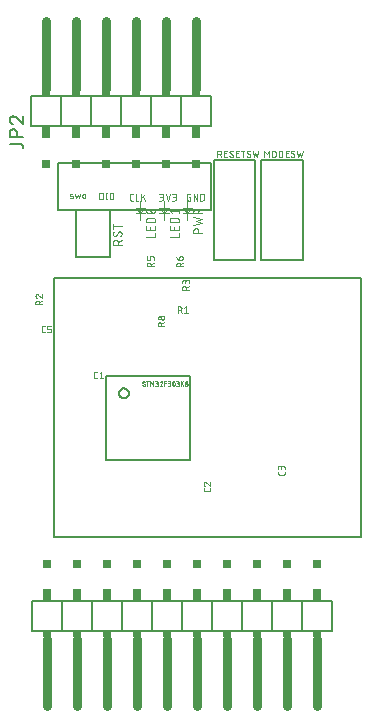
<source format=gbr>
G04 EAGLE Gerber RS-274X export*
G75*
%MOMM*%
%FSLAX34Y34*%
%LPD*%
%INSilkscreen Top*%
%IPPOS*%
%AMOC8*
5,1,8,0,0,1.08239X$1,22.5*%
G01*
%ADD10C,0.152400*%
%ADD11C,0.050800*%
%ADD12C,0.762000*%
%ADD13R,0.762000X0.508000*%
%ADD14R,0.762000X1.016000*%
%ADD15R,0.762000X0.762000*%
%ADD16C,0.076200*%
%ADD17C,0.127000*%
%ADD18C,0.025400*%


D10*
X70000Y400000D02*
X200000Y400000D01*
X200000Y360000D01*
X70000Y360000D01*
X70000Y400000D01*
D11*
X80875Y372427D02*
X82427Y371806D01*
X80875Y372427D02*
X80824Y372449D01*
X80775Y372475D01*
X80727Y372504D01*
X80682Y372537D01*
X80639Y372573D01*
X80598Y372611D01*
X80561Y372653D01*
X80526Y372696D01*
X80494Y372742D01*
X80466Y372791D01*
X80441Y372841D01*
X80420Y372892D01*
X80402Y372945D01*
X80388Y372999D01*
X80378Y373054D01*
X80372Y373110D01*
X80369Y373165D01*
X80370Y373221D01*
X80376Y373277D01*
X80385Y373332D01*
X80397Y373386D01*
X80414Y373440D01*
X80434Y373492D01*
X80458Y373542D01*
X80485Y373591D01*
X80516Y373638D01*
X80550Y373682D01*
X80586Y373724D01*
X80626Y373764D01*
X80668Y373800D01*
X80713Y373834D01*
X80760Y373864D01*
X80808Y373891D01*
X80859Y373915D01*
X80911Y373935D01*
X80965Y373951D01*
X81019Y373964D01*
X81074Y373973D01*
X81130Y373978D01*
X81186Y373979D01*
X81185Y373980D02*
X81296Y373976D01*
X81407Y373970D01*
X81517Y373959D01*
X81627Y373945D01*
X81737Y373928D01*
X81846Y373908D01*
X81954Y373884D01*
X82061Y373856D01*
X82168Y373825D01*
X82273Y373791D01*
X82378Y373754D01*
X82481Y373713D01*
X82583Y373669D01*
X82427Y371806D02*
X82478Y371784D01*
X82527Y371758D01*
X82575Y371729D01*
X82620Y371696D01*
X82663Y371660D01*
X82704Y371622D01*
X82741Y371580D01*
X82776Y371537D01*
X82808Y371491D01*
X82836Y371442D01*
X82861Y371392D01*
X82882Y371341D01*
X82900Y371288D01*
X82914Y371234D01*
X82924Y371179D01*
X82930Y371123D01*
X82933Y371068D01*
X82932Y371012D01*
X82926Y370956D01*
X82917Y370901D01*
X82905Y370847D01*
X82888Y370793D01*
X82868Y370741D01*
X82844Y370691D01*
X82817Y370642D01*
X82786Y370595D01*
X82752Y370551D01*
X82716Y370509D01*
X82676Y370469D01*
X82634Y370433D01*
X82589Y370399D01*
X82542Y370369D01*
X82494Y370342D01*
X82443Y370318D01*
X82391Y370298D01*
X82337Y370282D01*
X82283Y370269D01*
X82228Y370260D01*
X82172Y370255D01*
X82116Y370254D01*
X82117Y370254D02*
X81983Y370257D01*
X81849Y370264D01*
X81715Y370275D01*
X81582Y370288D01*
X81449Y370306D01*
X81316Y370326D01*
X81184Y370350D01*
X81053Y370378D01*
X80922Y370408D01*
X80793Y370442D01*
X80664Y370480D01*
X80536Y370520D01*
X80409Y370564D01*
X86023Y370254D02*
X85092Y373979D01*
X86955Y372738D02*
X86023Y370254D01*
X87886Y370254D02*
X86955Y372738D01*
X88817Y373979D02*
X87886Y370254D01*
X91016Y371496D02*
X91016Y372738D01*
X91018Y372808D01*
X91024Y372877D01*
X91034Y372946D01*
X91047Y373014D01*
X91065Y373082D01*
X91086Y373148D01*
X91111Y373213D01*
X91139Y373277D01*
X91171Y373339D01*
X91206Y373399D01*
X91245Y373457D01*
X91287Y373512D01*
X91332Y373566D01*
X91380Y373616D01*
X91430Y373664D01*
X91484Y373709D01*
X91539Y373751D01*
X91597Y373790D01*
X91657Y373825D01*
X91719Y373857D01*
X91783Y373885D01*
X91848Y373910D01*
X91914Y373931D01*
X91982Y373949D01*
X92050Y373962D01*
X92119Y373972D01*
X92188Y373978D01*
X92258Y373980D01*
X92328Y373978D01*
X92397Y373972D01*
X92466Y373962D01*
X92534Y373949D01*
X92602Y373931D01*
X92668Y373910D01*
X92733Y373885D01*
X92797Y373857D01*
X92859Y373825D01*
X92919Y373790D01*
X92977Y373751D01*
X93032Y373709D01*
X93086Y373664D01*
X93136Y373616D01*
X93184Y373566D01*
X93229Y373512D01*
X93271Y373457D01*
X93310Y373399D01*
X93345Y373339D01*
X93377Y373277D01*
X93405Y373213D01*
X93430Y373148D01*
X93451Y373082D01*
X93469Y373014D01*
X93482Y372946D01*
X93492Y372877D01*
X93498Y372808D01*
X93500Y372738D01*
X93500Y371496D01*
X93498Y371426D01*
X93492Y371357D01*
X93482Y371288D01*
X93469Y371220D01*
X93451Y371152D01*
X93430Y371086D01*
X93405Y371021D01*
X93377Y370957D01*
X93345Y370895D01*
X93310Y370835D01*
X93271Y370777D01*
X93229Y370722D01*
X93184Y370668D01*
X93136Y370618D01*
X93086Y370570D01*
X93032Y370525D01*
X92977Y370483D01*
X92919Y370444D01*
X92859Y370409D01*
X92797Y370377D01*
X92733Y370349D01*
X92668Y370324D01*
X92602Y370303D01*
X92534Y370285D01*
X92466Y370272D01*
X92397Y370262D01*
X92328Y370256D01*
X92258Y370254D01*
X92188Y370256D01*
X92119Y370262D01*
X92050Y370272D01*
X91982Y370285D01*
X91914Y370303D01*
X91848Y370324D01*
X91783Y370349D01*
X91719Y370377D01*
X91657Y370409D01*
X91597Y370444D01*
X91539Y370483D01*
X91484Y370525D01*
X91430Y370570D01*
X91380Y370618D01*
X91332Y370668D01*
X91287Y370722D01*
X91245Y370777D01*
X91206Y370835D01*
X91171Y370895D01*
X91139Y370957D01*
X91111Y371021D01*
X91086Y371086D01*
X91065Y371152D01*
X91047Y371220D01*
X91034Y371288D01*
X91024Y371357D01*
X91018Y371426D01*
X91016Y371496D01*
X105254Y369254D02*
X105254Y374842D01*
X106806Y374842D01*
X106882Y374840D01*
X106958Y374835D01*
X107034Y374825D01*
X107109Y374812D01*
X107183Y374795D01*
X107257Y374775D01*
X107329Y374751D01*
X107400Y374724D01*
X107470Y374693D01*
X107538Y374659D01*
X107604Y374621D01*
X107668Y374580D01*
X107731Y374537D01*
X107791Y374490D01*
X107848Y374440D01*
X107903Y374387D01*
X107956Y374332D01*
X108006Y374275D01*
X108053Y374215D01*
X108096Y374152D01*
X108137Y374088D01*
X108175Y374022D01*
X108209Y373954D01*
X108240Y373884D01*
X108267Y373813D01*
X108291Y373740D01*
X108311Y373667D01*
X108328Y373593D01*
X108341Y373518D01*
X108351Y373442D01*
X108356Y373366D01*
X108358Y373290D01*
X108358Y370806D01*
X108356Y370727D01*
X108350Y370649D01*
X108340Y370571D01*
X108326Y370494D01*
X108308Y370417D01*
X108287Y370341D01*
X108261Y370267D01*
X108232Y370194D01*
X108199Y370123D01*
X108163Y370053D01*
X108123Y369985D01*
X108080Y369919D01*
X108033Y369856D01*
X107984Y369795D01*
X107931Y369737D01*
X107875Y369681D01*
X107817Y369628D01*
X107756Y369579D01*
X107693Y369532D01*
X107627Y369489D01*
X107559Y369449D01*
X107490Y369413D01*
X107418Y369380D01*
X107345Y369351D01*
X107271Y369325D01*
X107195Y369304D01*
X107118Y369286D01*
X107041Y369272D01*
X106963Y369262D01*
X106885Y369256D01*
X106806Y369254D01*
X105254Y369254D01*
X111378Y369254D02*
X111378Y374842D01*
X110757Y369254D02*
X111999Y369254D01*
X111999Y374842D02*
X110757Y374842D01*
X114215Y373290D02*
X114215Y370806D01*
X114215Y373290D02*
X114217Y373367D01*
X114223Y373445D01*
X114232Y373521D01*
X114246Y373598D01*
X114263Y373673D01*
X114284Y373747D01*
X114309Y373821D01*
X114337Y373893D01*
X114369Y373963D01*
X114404Y374032D01*
X114443Y374099D01*
X114485Y374164D01*
X114530Y374227D01*
X114578Y374288D01*
X114629Y374346D01*
X114683Y374401D01*
X114740Y374454D01*
X114799Y374503D01*
X114861Y374550D01*
X114925Y374594D01*
X114991Y374634D01*
X115059Y374671D01*
X115129Y374705D01*
X115200Y374735D01*
X115273Y374761D01*
X115347Y374784D01*
X115422Y374803D01*
X115497Y374818D01*
X115574Y374830D01*
X115651Y374838D01*
X115728Y374842D01*
X115806Y374842D01*
X115883Y374838D01*
X115960Y374830D01*
X116037Y374818D01*
X116112Y374803D01*
X116187Y374784D01*
X116261Y374761D01*
X116334Y374735D01*
X116405Y374705D01*
X116475Y374671D01*
X116543Y374634D01*
X116609Y374594D01*
X116673Y374550D01*
X116735Y374503D01*
X116794Y374454D01*
X116851Y374401D01*
X116905Y374346D01*
X116956Y374288D01*
X117004Y374227D01*
X117049Y374164D01*
X117091Y374099D01*
X117130Y374032D01*
X117165Y373963D01*
X117197Y373893D01*
X117225Y373821D01*
X117250Y373747D01*
X117271Y373673D01*
X117288Y373598D01*
X117302Y373521D01*
X117311Y373445D01*
X117317Y373367D01*
X117319Y373290D01*
X117320Y373290D02*
X117320Y370806D01*
X117319Y370806D02*
X117317Y370729D01*
X117311Y370651D01*
X117302Y370575D01*
X117288Y370498D01*
X117271Y370423D01*
X117250Y370349D01*
X117225Y370275D01*
X117197Y370203D01*
X117165Y370133D01*
X117130Y370064D01*
X117091Y369997D01*
X117049Y369932D01*
X117004Y369869D01*
X116956Y369808D01*
X116905Y369750D01*
X116851Y369695D01*
X116794Y369642D01*
X116735Y369593D01*
X116673Y369546D01*
X116609Y369502D01*
X116543Y369462D01*
X116475Y369425D01*
X116405Y369391D01*
X116334Y369361D01*
X116261Y369335D01*
X116187Y369312D01*
X116112Y369293D01*
X116037Y369278D01*
X115960Y369266D01*
X115883Y369258D01*
X115806Y369254D01*
X115728Y369254D01*
X115651Y369258D01*
X115574Y369266D01*
X115497Y369278D01*
X115422Y369293D01*
X115347Y369312D01*
X115273Y369335D01*
X115200Y369361D01*
X115129Y369391D01*
X115059Y369425D01*
X114991Y369462D01*
X114925Y369502D01*
X114861Y369546D01*
X114799Y369593D01*
X114740Y369642D01*
X114683Y369695D01*
X114629Y369750D01*
X114578Y369808D01*
X114530Y369869D01*
X114485Y369932D01*
X114443Y369997D01*
X114404Y370064D01*
X114369Y370133D01*
X114337Y370203D01*
X114309Y370275D01*
X114284Y370349D01*
X114263Y370423D01*
X114246Y370498D01*
X114232Y370575D01*
X114223Y370651D01*
X114217Y370729D01*
X114215Y370806D01*
X132496Y368254D02*
X133738Y368254D01*
X132496Y368254D02*
X132426Y368256D01*
X132357Y368262D01*
X132288Y368272D01*
X132220Y368285D01*
X132152Y368303D01*
X132086Y368324D01*
X132021Y368349D01*
X131957Y368377D01*
X131895Y368409D01*
X131835Y368444D01*
X131777Y368483D01*
X131722Y368525D01*
X131668Y368570D01*
X131618Y368618D01*
X131570Y368668D01*
X131525Y368722D01*
X131483Y368777D01*
X131444Y368835D01*
X131409Y368895D01*
X131377Y368957D01*
X131349Y369021D01*
X131324Y369086D01*
X131303Y369152D01*
X131285Y369220D01*
X131272Y369288D01*
X131262Y369357D01*
X131256Y369426D01*
X131254Y369496D01*
X131254Y372600D01*
X131256Y372670D01*
X131262Y372739D01*
X131272Y372808D01*
X131285Y372876D01*
X131303Y372944D01*
X131324Y373010D01*
X131349Y373075D01*
X131377Y373139D01*
X131409Y373201D01*
X131444Y373261D01*
X131483Y373319D01*
X131525Y373374D01*
X131570Y373428D01*
X131618Y373478D01*
X131668Y373526D01*
X131722Y373571D01*
X131777Y373613D01*
X131835Y373652D01*
X131895Y373687D01*
X131957Y373719D01*
X132021Y373747D01*
X132086Y373772D01*
X132152Y373793D01*
X132220Y373811D01*
X132288Y373824D01*
X132357Y373834D01*
X132426Y373840D01*
X132496Y373842D01*
X133738Y373842D01*
X136036Y373842D02*
X136036Y368254D01*
X138520Y368254D01*
X140863Y368254D02*
X140863Y373842D01*
X143967Y373842D02*
X140863Y370427D01*
X142105Y371669D02*
X143967Y368254D01*
X156254Y368254D02*
X157806Y368254D01*
X157883Y368256D01*
X157961Y368262D01*
X158037Y368271D01*
X158114Y368285D01*
X158189Y368302D01*
X158263Y368323D01*
X158337Y368348D01*
X158409Y368376D01*
X158479Y368408D01*
X158548Y368443D01*
X158615Y368482D01*
X158680Y368524D01*
X158743Y368569D01*
X158804Y368617D01*
X158862Y368668D01*
X158917Y368722D01*
X158970Y368779D01*
X159019Y368838D01*
X159066Y368900D01*
X159110Y368964D01*
X159150Y369030D01*
X159187Y369098D01*
X159221Y369168D01*
X159251Y369239D01*
X159277Y369312D01*
X159300Y369386D01*
X159319Y369461D01*
X159334Y369536D01*
X159346Y369613D01*
X159354Y369690D01*
X159358Y369767D01*
X159358Y369845D01*
X159354Y369922D01*
X159346Y369999D01*
X159334Y370076D01*
X159319Y370151D01*
X159300Y370226D01*
X159277Y370300D01*
X159251Y370373D01*
X159221Y370444D01*
X159187Y370514D01*
X159150Y370582D01*
X159110Y370648D01*
X159066Y370712D01*
X159019Y370774D01*
X158970Y370833D01*
X158917Y370890D01*
X158862Y370944D01*
X158804Y370995D01*
X158743Y371043D01*
X158680Y371088D01*
X158615Y371130D01*
X158548Y371169D01*
X158479Y371204D01*
X158409Y371236D01*
X158337Y371264D01*
X158263Y371289D01*
X158189Y371310D01*
X158114Y371327D01*
X158037Y371341D01*
X157961Y371350D01*
X157883Y371356D01*
X157806Y371358D01*
X158117Y373842D02*
X156254Y373842D01*
X158117Y373842D02*
X158187Y373840D01*
X158256Y373834D01*
X158325Y373824D01*
X158393Y373811D01*
X158461Y373793D01*
X158527Y373772D01*
X158592Y373747D01*
X158656Y373719D01*
X158718Y373687D01*
X158778Y373652D01*
X158836Y373613D01*
X158891Y373571D01*
X158945Y373526D01*
X158995Y373478D01*
X159043Y373428D01*
X159088Y373374D01*
X159130Y373319D01*
X159169Y373261D01*
X159204Y373201D01*
X159236Y373139D01*
X159264Y373075D01*
X159289Y373010D01*
X159310Y372944D01*
X159328Y372876D01*
X159341Y372808D01*
X159351Y372739D01*
X159357Y372670D01*
X159359Y372600D01*
X159357Y372530D01*
X159351Y372461D01*
X159341Y372392D01*
X159328Y372324D01*
X159310Y372256D01*
X159289Y372190D01*
X159264Y372125D01*
X159236Y372061D01*
X159204Y371999D01*
X159169Y371939D01*
X159130Y371881D01*
X159088Y371826D01*
X159043Y371772D01*
X158995Y371722D01*
X158945Y371674D01*
X158891Y371629D01*
X158836Y371587D01*
X158778Y371548D01*
X158718Y371513D01*
X158656Y371481D01*
X158592Y371453D01*
X158527Y371428D01*
X158461Y371407D01*
X158393Y371389D01*
X158325Y371376D01*
X158256Y371366D01*
X158187Y371360D01*
X158117Y371358D01*
X156875Y371358D01*
X161430Y373842D02*
X163293Y368254D01*
X165155Y373842D01*
X167227Y368254D02*
X168779Y368254D01*
X168856Y368256D01*
X168934Y368262D01*
X169010Y368271D01*
X169087Y368285D01*
X169162Y368302D01*
X169236Y368323D01*
X169310Y368348D01*
X169382Y368376D01*
X169452Y368408D01*
X169521Y368443D01*
X169588Y368482D01*
X169653Y368524D01*
X169716Y368569D01*
X169777Y368617D01*
X169835Y368668D01*
X169890Y368722D01*
X169943Y368779D01*
X169992Y368838D01*
X170039Y368900D01*
X170083Y368964D01*
X170123Y369030D01*
X170160Y369098D01*
X170194Y369168D01*
X170224Y369239D01*
X170250Y369312D01*
X170273Y369386D01*
X170292Y369461D01*
X170307Y369536D01*
X170319Y369613D01*
X170327Y369690D01*
X170331Y369767D01*
X170331Y369845D01*
X170327Y369922D01*
X170319Y369999D01*
X170307Y370076D01*
X170292Y370151D01*
X170273Y370226D01*
X170250Y370300D01*
X170224Y370373D01*
X170194Y370444D01*
X170160Y370514D01*
X170123Y370582D01*
X170083Y370648D01*
X170039Y370712D01*
X169992Y370774D01*
X169943Y370833D01*
X169890Y370890D01*
X169835Y370944D01*
X169777Y370995D01*
X169716Y371043D01*
X169653Y371088D01*
X169588Y371130D01*
X169521Y371169D01*
X169452Y371204D01*
X169382Y371236D01*
X169310Y371264D01*
X169236Y371289D01*
X169162Y371310D01*
X169087Y371327D01*
X169010Y371341D01*
X168934Y371350D01*
X168856Y371356D01*
X168779Y371358D01*
X169089Y373842D02*
X167227Y373842D01*
X169089Y373842D02*
X169159Y373840D01*
X169228Y373834D01*
X169297Y373824D01*
X169365Y373811D01*
X169433Y373793D01*
X169499Y373772D01*
X169564Y373747D01*
X169628Y373719D01*
X169690Y373687D01*
X169750Y373652D01*
X169808Y373613D01*
X169863Y373571D01*
X169917Y373526D01*
X169967Y373478D01*
X170015Y373428D01*
X170060Y373374D01*
X170102Y373319D01*
X170141Y373261D01*
X170176Y373201D01*
X170208Y373139D01*
X170236Y373075D01*
X170261Y373010D01*
X170282Y372944D01*
X170300Y372876D01*
X170313Y372808D01*
X170323Y372739D01*
X170329Y372670D01*
X170331Y372600D01*
X170329Y372530D01*
X170323Y372461D01*
X170313Y372392D01*
X170300Y372324D01*
X170282Y372256D01*
X170261Y372190D01*
X170236Y372125D01*
X170208Y372061D01*
X170176Y371999D01*
X170141Y371939D01*
X170102Y371881D01*
X170060Y371826D01*
X170015Y371772D01*
X169967Y371722D01*
X169917Y371674D01*
X169863Y371629D01*
X169808Y371587D01*
X169750Y371548D01*
X169690Y371513D01*
X169628Y371481D01*
X169564Y371453D01*
X169499Y371428D01*
X169433Y371407D01*
X169365Y371389D01*
X169297Y371376D01*
X169228Y371366D01*
X169159Y371360D01*
X169089Y371358D01*
X167848Y371358D01*
X181427Y371358D02*
X182358Y371358D01*
X182358Y368254D01*
X180496Y368254D01*
X180426Y368256D01*
X180357Y368262D01*
X180288Y368272D01*
X180220Y368285D01*
X180152Y368303D01*
X180086Y368324D01*
X180021Y368349D01*
X179957Y368377D01*
X179895Y368409D01*
X179835Y368444D01*
X179777Y368483D01*
X179722Y368525D01*
X179668Y368570D01*
X179618Y368618D01*
X179570Y368668D01*
X179525Y368722D01*
X179483Y368777D01*
X179444Y368835D01*
X179409Y368895D01*
X179377Y368957D01*
X179349Y369021D01*
X179324Y369086D01*
X179303Y369152D01*
X179285Y369220D01*
X179272Y369288D01*
X179262Y369357D01*
X179256Y369426D01*
X179254Y369496D01*
X179254Y372600D01*
X179256Y372670D01*
X179262Y372739D01*
X179272Y372808D01*
X179285Y372876D01*
X179303Y372944D01*
X179324Y373010D01*
X179349Y373075D01*
X179377Y373139D01*
X179409Y373201D01*
X179444Y373261D01*
X179483Y373319D01*
X179525Y373374D01*
X179570Y373428D01*
X179618Y373478D01*
X179668Y373526D01*
X179722Y373571D01*
X179777Y373613D01*
X179835Y373652D01*
X179895Y373687D01*
X179957Y373719D01*
X180021Y373747D01*
X180086Y373772D01*
X180152Y373793D01*
X180220Y373811D01*
X180288Y373824D01*
X180357Y373834D01*
X180426Y373840D01*
X180496Y373842D01*
X182358Y373842D01*
X185106Y373842D02*
X185106Y368254D01*
X188211Y368254D02*
X185106Y373842D01*
X188211Y373842D02*
X188211Y368254D01*
X190958Y368254D02*
X190958Y373842D01*
X192510Y373842D01*
X192586Y373840D01*
X192662Y373835D01*
X192738Y373825D01*
X192813Y373812D01*
X192887Y373795D01*
X192961Y373775D01*
X193033Y373751D01*
X193104Y373724D01*
X193174Y373693D01*
X193242Y373659D01*
X193308Y373621D01*
X193372Y373580D01*
X193435Y373537D01*
X193495Y373490D01*
X193552Y373440D01*
X193607Y373387D01*
X193660Y373332D01*
X193710Y373275D01*
X193757Y373215D01*
X193800Y373152D01*
X193841Y373088D01*
X193879Y373022D01*
X193913Y372954D01*
X193944Y372884D01*
X193971Y372813D01*
X193995Y372740D01*
X194015Y372667D01*
X194032Y372593D01*
X194045Y372518D01*
X194055Y372442D01*
X194060Y372366D01*
X194062Y372290D01*
X194063Y372290D02*
X194063Y369806D01*
X194062Y369806D02*
X194060Y369727D01*
X194054Y369649D01*
X194044Y369571D01*
X194030Y369494D01*
X194012Y369417D01*
X193991Y369341D01*
X193965Y369267D01*
X193936Y369194D01*
X193903Y369123D01*
X193867Y369053D01*
X193827Y368985D01*
X193784Y368919D01*
X193737Y368856D01*
X193688Y368795D01*
X193635Y368737D01*
X193579Y368681D01*
X193521Y368628D01*
X193460Y368579D01*
X193397Y368532D01*
X193331Y368489D01*
X193263Y368449D01*
X193194Y368413D01*
X193122Y368380D01*
X193049Y368351D01*
X192975Y368325D01*
X192899Y368304D01*
X192822Y368286D01*
X192745Y368272D01*
X192667Y368262D01*
X192589Y368256D01*
X192510Y368254D01*
X190958Y368254D01*
X103427Y217648D02*
X102185Y217648D01*
X102115Y217650D01*
X102046Y217656D01*
X101977Y217666D01*
X101909Y217679D01*
X101841Y217697D01*
X101775Y217718D01*
X101710Y217743D01*
X101646Y217771D01*
X101584Y217803D01*
X101524Y217838D01*
X101466Y217877D01*
X101411Y217919D01*
X101357Y217964D01*
X101307Y218012D01*
X101259Y218062D01*
X101214Y218116D01*
X101172Y218171D01*
X101133Y218229D01*
X101098Y218289D01*
X101066Y218351D01*
X101038Y218415D01*
X101013Y218480D01*
X100992Y218546D01*
X100974Y218614D01*
X100961Y218682D01*
X100951Y218751D01*
X100945Y218820D01*
X100943Y218890D01*
X100943Y221994D01*
X100945Y222064D01*
X100951Y222133D01*
X100961Y222202D01*
X100974Y222270D01*
X100992Y222338D01*
X101013Y222404D01*
X101038Y222469D01*
X101066Y222533D01*
X101098Y222595D01*
X101133Y222655D01*
X101172Y222713D01*
X101214Y222768D01*
X101259Y222822D01*
X101307Y222872D01*
X101357Y222920D01*
X101411Y222965D01*
X101466Y223007D01*
X101524Y223046D01*
X101584Y223081D01*
X101646Y223113D01*
X101710Y223141D01*
X101775Y223166D01*
X101841Y223187D01*
X101909Y223205D01*
X101977Y223218D01*
X102046Y223228D01*
X102115Y223234D01*
X102185Y223236D01*
X103427Y223236D01*
X105532Y221994D02*
X107084Y223236D01*
X107084Y217648D01*
X105532Y217648D02*
X108636Y217648D01*
X199332Y124537D02*
X199332Y123295D01*
X199330Y123225D01*
X199324Y123156D01*
X199314Y123087D01*
X199301Y123019D01*
X199283Y122951D01*
X199262Y122885D01*
X199237Y122820D01*
X199209Y122756D01*
X199177Y122694D01*
X199142Y122634D01*
X199103Y122576D01*
X199061Y122521D01*
X199016Y122467D01*
X198968Y122417D01*
X198918Y122369D01*
X198864Y122324D01*
X198809Y122282D01*
X198751Y122243D01*
X198691Y122208D01*
X198629Y122176D01*
X198565Y122148D01*
X198500Y122123D01*
X198434Y122102D01*
X198366Y122084D01*
X198298Y122071D01*
X198229Y122061D01*
X198160Y122055D01*
X198090Y122053D01*
X194986Y122053D01*
X194916Y122055D01*
X194847Y122061D01*
X194778Y122071D01*
X194710Y122084D01*
X194642Y122102D01*
X194576Y122123D01*
X194511Y122148D01*
X194447Y122176D01*
X194385Y122208D01*
X194325Y122243D01*
X194267Y122282D01*
X194212Y122324D01*
X194158Y122369D01*
X194108Y122417D01*
X194060Y122467D01*
X194015Y122521D01*
X193973Y122576D01*
X193934Y122634D01*
X193899Y122694D01*
X193867Y122756D01*
X193839Y122820D01*
X193814Y122885D01*
X193793Y122951D01*
X193775Y123019D01*
X193762Y123087D01*
X193752Y123156D01*
X193746Y123225D01*
X193744Y123295D01*
X193744Y124537D01*
X193744Y128349D02*
X193746Y128422D01*
X193752Y128495D01*
X193761Y128568D01*
X193775Y128639D01*
X193792Y128711D01*
X193812Y128781D01*
X193837Y128850D01*
X193865Y128917D01*
X193896Y128983D01*
X193931Y129048D01*
X193969Y129110D01*
X194011Y129170D01*
X194055Y129228D01*
X194103Y129284D01*
X194153Y129337D01*
X194206Y129387D01*
X194262Y129435D01*
X194320Y129479D01*
X194380Y129521D01*
X194443Y129559D01*
X194507Y129594D01*
X194573Y129625D01*
X194640Y129653D01*
X194709Y129678D01*
X194779Y129698D01*
X194851Y129715D01*
X194922Y129729D01*
X194995Y129738D01*
X195068Y129744D01*
X195141Y129746D01*
X193744Y128349D02*
X193746Y128265D01*
X193752Y128182D01*
X193761Y128099D01*
X193775Y128016D01*
X193792Y127935D01*
X193814Y127854D01*
X193839Y127774D01*
X193867Y127696D01*
X193899Y127618D01*
X193935Y127543D01*
X193974Y127469D01*
X194017Y127397D01*
X194063Y127327D01*
X194112Y127260D01*
X194165Y127194D01*
X194220Y127132D01*
X194278Y127072D01*
X194339Y127014D01*
X194402Y126960D01*
X194468Y126908D01*
X194536Y126860D01*
X194607Y126815D01*
X194679Y126773D01*
X194754Y126735D01*
X194830Y126700D01*
X194907Y126669D01*
X194986Y126641D01*
X196227Y129280D02*
X196174Y129334D01*
X196117Y129385D01*
X196058Y129433D01*
X195997Y129478D01*
X195934Y129519D01*
X195868Y129558D01*
X195801Y129593D01*
X195732Y129625D01*
X195661Y129653D01*
X195590Y129677D01*
X195517Y129698D01*
X195443Y129715D01*
X195368Y129729D01*
X195293Y129738D01*
X195217Y129744D01*
X195141Y129746D01*
X196228Y129280D02*
X199332Y126642D01*
X199332Y129746D01*
X262352Y137265D02*
X262352Y138507D01*
X262352Y137265D02*
X262350Y137195D01*
X262344Y137126D01*
X262334Y137057D01*
X262321Y136989D01*
X262303Y136921D01*
X262282Y136855D01*
X262257Y136790D01*
X262229Y136726D01*
X262197Y136664D01*
X262162Y136604D01*
X262123Y136546D01*
X262081Y136491D01*
X262036Y136437D01*
X261988Y136387D01*
X261938Y136339D01*
X261884Y136294D01*
X261829Y136252D01*
X261771Y136213D01*
X261711Y136178D01*
X261649Y136146D01*
X261585Y136118D01*
X261520Y136093D01*
X261454Y136072D01*
X261386Y136054D01*
X261318Y136041D01*
X261249Y136031D01*
X261180Y136025D01*
X261110Y136023D01*
X258006Y136023D01*
X257936Y136025D01*
X257867Y136031D01*
X257798Y136041D01*
X257730Y136054D01*
X257662Y136072D01*
X257596Y136093D01*
X257531Y136118D01*
X257467Y136146D01*
X257405Y136178D01*
X257345Y136213D01*
X257287Y136252D01*
X257232Y136294D01*
X257178Y136339D01*
X257128Y136387D01*
X257080Y136437D01*
X257035Y136491D01*
X256993Y136546D01*
X256954Y136604D01*
X256919Y136664D01*
X256887Y136726D01*
X256859Y136790D01*
X256834Y136855D01*
X256813Y136921D01*
X256795Y136989D01*
X256782Y137057D01*
X256772Y137126D01*
X256766Y137195D01*
X256764Y137265D01*
X256764Y138507D01*
X262352Y140612D02*
X262352Y142164D01*
X262350Y142241D01*
X262344Y142319D01*
X262335Y142395D01*
X262321Y142472D01*
X262304Y142547D01*
X262283Y142621D01*
X262258Y142695D01*
X262230Y142767D01*
X262198Y142837D01*
X262163Y142906D01*
X262124Y142973D01*
X262082Y143038D01*
X262037Y143101D01*
X261989Y143162D01*
X261938Y143220D01*
X261884Y143275D01*
X261827Y143328D01*
X261768Y143377D01*
X261706Y143424D01*
X261642Y143468D01*
X261576Y143508D01*
X261508Y143545D01*
X261438Y143579D01*
X261367Y143609D01*
X261294Y143635D01*
X261220Y143658D01*
X261145Y143677D01*
X261070Y143692D01*
X260993Y143704D01*
X260916Y143712D01*
X260839Y143716D01*
X260761Y143716D01*
X260684Y143712D01*
X260607Y143704D01*
X260530Y143692D01*
X260455Y143677D01*
X260380Y143658D01*
X260306Y143635D01*
X260233Y143609D01*
X260162Y143579D01*
X260092Y143545D01*
X260024Y143508D01*
X259958Y143468D01*
X259894Y143424D01*
X259832Y143377D01*
X259773Y143328D01*
X259716Y143275D01*
X259662Y143220D01*
X259611Y143162D01*
X259563Y143101D01*
X259518Y143038D01*
X259476Y142973D01*
X259437Y142906D01*
X259402Y142837D01*
X259370Y142767D01*
X259342Y142695D01*
X259317Y142621D01*
X259296Y142547D01*
X259279Y142472D01*
X259265Y142395D01*
X259256Y142319D01*
X259250Y142241D01*
X259248Y142164D01*
X256764Y142474D02*
X256764Y140612D01*
X256764Y142474D02*
X256766Y142544D01*
X256772Y142613D01*
X256782Y142682D01*
X256795Y142750D01*
X256813Y142818D01*
X256834Y142884D01*
X256859Y142949D01*
X256887Y143013D01*
X256919Y143075D01*
X256954Y143135D01*
X256993Y143193D01*
X257035Y143248D01*
X257080Y143302D01*
X257128Y143352D01*
X257178Y143400D01*
X257232Y143445D01*
X257287Y143487D01*
X257345Y143526D01*
X257405Y143561D01*
X257467Y143593D01*
X257531Y143621D01*
X257596Y143646D01*
X257662Y143667D01*
X257730Y143685D01*
X257798Y143698D01*
X257867Y143708D01*
X257936Y143714D01*
X258006Y143716D01*
X258076Y143714D01*
X258145Y143708D01*
X258214Y143698D01*
X258282Y143685D01*
X258350Y143667D01*
X258416Y143646D01*
X258481Y143621D01*
X258545Y143593D01*
X258607Y143561D01*
X258667Y143526D01*
X258725Y143487D01*
X258780Y143445D01*
X258834Y143400D01*
X258884Y143352D01*
X258932Y143302D01*
X258977Y143248D01*
X259019Y143193D01*
X259058Y143135D01*
X259093Y143075D01*
X259125Y143013D01*
X259153Y142949D01*
X259178Y142884D01*
X259199Y142818D01*
X259217Y142750D01*
X259230Y142682D01*
X259240Y142613D01*
X259246Y142544D01*
X259248Y142474D01*
X259248Y141232D01*
X59297Y256698D02*
X58055Y256698D01*
X57985Y256700D01*
X57916Y256706D01*
X57847Y256716D01*
X57779Y256729D01*
X57711Y256747D01*
X57645Y256768D01*
X57580Y256793D01*
X57516Y256821D01*
X57454Y256853D01*
X57394Y256888D01*
X57336Y256927D01*
X57281Y256969D01*
X57227Y257014D01*
X57177Y257062D01*
X57129Y257112D01*
X57084Y257166D01*
X57042Y257221D01*
X57003Y257279D01*
X56968Y257339D01*
X56936Y257401D01*
X56908Y257465D01*
X56883Y257530D01*
X56862Y257596D01*
X56844Y257664D01*
X56831Y257732D01*
X56821Y257801D01*
X56815Y257870D01*
X56813Y257940D01*
X56813Y261044D01*
X56815Y261114D01*
X56821Y261183D01*
X56831Y261252D01*
X56844Y261320D01*
X56862Y261388D01*
X56883Y261454D01*
X56908Y261519D01*
X56936Y261583D01*
X56968Y261645D01*
X57003Y261705D01*
X57042Y261763D01*
X57084Y261818D01*
X57129Y261872D01*
X57177Y261922D01*
X57227Y261970D01*
X57281Y262015D01*
X57336Y262057D01*
X57394Y262096D01*
X57454Y262131D01*
X57516Y262163D01*
X57580Y262191D01*
X57645Y262216D01*
X57711Y262237D01*
X57779Y262255D01*
X57847Y262268D01*
X57916Y262278D01*
X57985Y262284D01*
X58055Y262286D01*
X59297Y262286D01*
X61402Y256698D02*
X63264Y256698D01*
X63334Y256700D01*
X63403Y256706D01*
X63472Y256716D01*
X63540Y256729D01*
X63608Y256747D01*
X63674Y256768D01*
X63739Y256793D01*
X63803Y256821D01*
X63865Y256853D01*
X63925Y256888D01*
X63983Y256927D01*
X64038Y256969D01*
X64092Y257014D01*
X64142Y257062D01*
X64190Y257112D01*
X64235Y257166D01*
X64277Y257221D01*
X64316Y257279D01*
X64351Y257339D01*
X64383Y257401D01*
X64411Y257465D01*
X64436Y257530D01*
X64457Y257596D01*
X64475Y257664D01*
X64488Y257732D01*
X64498Y257801D01*
X64504Y257870D01*
X64506Y257940D01*
X64506Y258561D01*
X64504Y258631D01*
X64498Y258700D01*
X64488Y258769D01*
X64475Y258837D01*
X64457Y258905D01*
X64436Y258971D01*
X64411Y259036D01*
X64383Y259100D01*
X64351Y259162D01*
X64316Y259222D01*
X64277Y259280D01*
X64235Y259335D01*
X64190Y259389D01*
X64142Y259439D01*
X64092Y259487D01*
X64038Y259532D01*
X63983Y259574D01*
X63925Y259613D01*
X63865Y259648D01*
X63803Y259680D01*
X63739Y259708D01*
X63674Y259733D01*
X63608Y259754D01*
X63540Y259772D01*
X63472Y259785D01*
X63403Y259795D01*
X63334Y259801D01*
X63264Y259803D01*
X63264Y259802D02*
X61402Y259802D01*
X61402Y262286D01*
X64506Y262286D01*
D10*
X276600Y29050D02*
X302000Y29050D01*
X276600Y29050D02*
X276600Y3650D01*
X302000Y3650D01*
X302000Y29050D01*
D12*
X289300Y-2700D02*
X289300Y-59850D01*
D10*
X276600Y29050D02*
X251200Y29050D01*
X251200Y3650D01*
X276600Y3650D01*
D12*
X263900Y-2700D02*
X263900Y-59850D01*
D10*
X251200Y29050D02*
X225800Y29050D01*
X225800Y3650D01*
X251200Y3650D01*
D12*
X238500Y-2700D02*
X238500Y-59850D01*
D10*
X225800Y29050D02*
X200400Y29050D01*
X200400Y3650D01*
X225800Y3650D01*
D12*
X213100Y-2700D02*
X213100Y-59850D01*
D10*
X200400Y29050D02*
X175000Y29050D01*
X175000Y3650D01*
X200400Y3650D01*
D12*
X187700Y-2700D02*
X187700Y-59850D01*
D10*
X175000Y29050D02*
X149600Y29050D01*
X149600Y3650D01*
X175000Y3650D01*
D12*
X162300Y-2700D02*
X162300Y-59850D01*
D10*
X149600Y29050D02*
X124200Y29050D01*
X124200Y3650D01*
X149600Y3650D01*
D12*
X136900Y-2700D02*
X136900Y-59850D01*
D10*
X124200Y29050D02*
X98800Y29050D01*
X98800Y3650D01*
X124200Y3650D01*
D12*
X111500Y-2700D02*
X111500Y-59850D01*
D10*
X98800Y29050D02*
X73400Y29050D01*
X73400Y3650D01*
X98800Y3650D01*
D12*
X86100Y-2700D02*
X86100Y-59850D01*
D10*
X73400Y29050D02*
X48000Y29050D01*
X48000Y3650D01*
X73400Y3650D01*
D12*
X60700Y-2700D02*
X60700Y-59850D01*
D13*
X289300Y1110D03*
X263900Y1110D03*
X238500Y1110D03*
X213100Y1110D03*
X187700Y1110D03*
X162300Y1110D03*
X136900Y1110D03*
X111500Y1110D03*
X86100Y1110D03*
X60700Y1110D03*
D14*
X289300Y34130D03*
X263900Y34130D03*
D15*
X289300Y60800D03*
X263900Y60800D03*
D14*
X238500Y34130D03*
X213100Y34130D03*
D15*
X238500Y60800D03*
X213100Y60800D03*
D14*
X187700Y34130D03*
X162300Y34130D03*
D15*
X187700Y60800D03*
X162300Y60800D03*
D14*
X136900Y34130D03*
X111500Y34130D03*
D15*
X136900Y60800D03*
X111500Y60800D03*
D14*
X86100Y34130D03*
X60700Y34130D03*
D15*
X86100Y60800D03*
X60700Y60800D03*
D16*
X136000Y362000D02*
X144000Y362000D01*
X140000Y358000D02*
X136000Y362000D01*
X140000Y358000D02*
X144000Y362000D01*
X144000Y358000D02*
X136000Y358000D01*
X140000Y352000D02*
X140000Y368000D01*
X145081Y337114D02*
X152447Y337114D01*
X152447Y340388D01*
X152447Y343454D02*
X152447Y346727D01*
X152447Y343454D02*
X145081Y343454D01*
X145081Y346727D01*
X148355Y345909D02*
X148355Y343454D01*
X145081Y349778D02*
X152447Y349778D01*
X145081Y349778D02*
X145081Y351824D01*
X145083Y351913D01*
X145089Y352002D01*
X145099Y352091D01*
X145112Y352179D01*
X145129Y352267D01*
X145151Y352354D01*
X145176Y352439D01*
X145204Y352524D01*
X145237Y352607D01*
X145273Y352689D01*
X145312Y352769D01*
X145355Y352847D01*
X145401Y352923D01*
X145451Y352998D01*
X145504Y353070D01*
X145560Y353139D01*
X145619Y353206D01*
X145680Y353271D01*
X145745Y353332D01*
X145812Y353391D01*
X145881Y353447D01*
X145953Y353500D01*
X146028Y353550D01*
X146104Y353596D01*
X146182Y353639D01*
X146262Y353678D01*
X146344Y353714D01*
X146427Y353747D01*
X146512Y353775D01*
X146597Y353800D01*
X146684Y353822D01*
X146772Y353839D01*
X146860Y353852D01*
X146949Y353862D01*
X147038Y353868D01*
X147127Y353870D01*
X150401Y353870D01*
X150490Y353868D01*
X150579Y353862D01*
X150668Y353852D01*
X150756Y353839D01*
X150844Y353822D01*
X150931Y353800D01*
X151016Y353775D01*
X151101Y353747D01*
X151184Y353714D01*
X151266Y353678D01*
X151346Y353639D01*
X151424Y353596D01*
X151500Y353550D01*
X151575Y353500D01*
X151647Y353447D01*
X151716Y353391D01*
X151783Y353332D01*
X151848Y353271D01*
X151909Y353206D01*
X151968Y353139D01*
X152024Y353070D01*
X152077Y352998D01*
X152127Y352923D01*
X152173Y352847D01*
X152216Y352769D01*
X152255Y352689D01*
X152291Y352607D01*
X152324Y352524D01*
X152352Y352439D01*
X152377Y352354D01*
X152399Y352267D01*
X152416Y352179D01*
X152429Y352091D01*
X152439Y352002D01*
X152445Y351913D01*
X152447Y351824D01*
X152447Y349778D01*
X148764Y357337D02*
X148611Y357339D01*
X148458Y357345D01*
X148306Y357354D01*
X148153Y357368D01*
X148001Y357385D01*
X147850Y357406D01*
X147699Y357431D01*
X147549Y357460D01*
X147399Y357492D01*
X147251Y357529D01*
X147103Y357569D01*
X146956Y357612D01*
X146811Y357660D01*
X146667Y357711D01*
X146524Y357765D01*
X146382Y357824D01*
X146243Y357885D01*
X146104Y357951D01*
X146034Y357977D01*
X145964Y358007D01*
X145897Y358040D01*
X145831Y358076D01*
X145767Y358115D01*
X145705Y358158D01*
X145646Y358204D01*
X145588Y358252D01*
X145534Y358303D01*
X145481Y358357D01*
X145432Y358414D01*
X145385Y358473D01*
X145342Y358534D01*
X145301Y358597D01*
X145264Y358662D01*
X145229Y358729D01*
X145199Y358798D01*
X145171Y358868D01*
X145148Y358939D01*
X145127Y359011D01*
X145111Y359084D01*
X145098Y359158D01*
X145088Y359233D01*
X145083Y359308D01*
X145081Y359383D01*
X145083Y359458D01*
X145088Y359533D01*
X145098Y359608D01*
X145111Y359682D01*
X145127Y359755D01*
X145148Y359827D01*
X145171Y359898D01*
X145199Y359968D01*
X145229Y360037D01*
X145264Y360104D01*
X145301Y360169D01*
X145342Y360232D01*
X145385Y360293D01*
X145432Y360352D01*
X145481Y360409D01*
X145534Y360463D01*
X145588Y360514D01*
X145646Y360563D01*
X145705Y360608D01*
X145767Y360651D01*
X145831Y360690D01*
X145897Y360727D01*
X145965Y360759D01*
X146034Y360789D01*
X146104Y360815D01*
X146242Y360880D01*
X146382Y360942D01*
X146524Y361000D01*
X146667Y361055D01*
X146811Y361106D01*
X146956Y361154D01*
X147103Y361197D01*
X147250Y361237D01*
X147399Y361274D01*
X147549Y361306D01*
X147699Y361335D01*
X147850Y361360D01*
X148001Y361381D01*
X148153Y361398D01*
X148306Y361412D01*
X148458Y361421D01*
X148611Y361427D01*
X148764Y361429D01*
X148764Y357337D02*
X148917Y357339D01*
X149070Y357345D01*
X149222Y357354D01*
X149375Y357368D01*
X149527Y357385D01*
X149678Y357406D01*
X149829Y357431D01*
X149979Y357460D01*
X150129Y357492D01*
X150277Y357529D01*
X150425Y357569D01*
X150572Y357612D01*
X150717Y357660D01*
X150861Y357711D01*
X151004Y357765D01*
X151146Y357824D01*
X151285Y357885D01*
X151424Y357951D01*
X151495Y357977D01*
X151564Y358007D01*
X151631Y358040D01*
X151697Y358076D01*
X151761Y358115D01*
X151823Y358158D01*
X151882Y358204D01*
X151940Y358252D01*
X151994Y358303D01*
X152047Y358357D01*
X152096Y358414D01*
X152143Y358473D01*
X152186Y358534D01*
X152227Y358597D01*
X152264Y358662D01*
X152299Y358729D01*
X152329Y358798D01*
X152357Y358868D01*
X152380Y358939D01*
X152401Y359011D01*
X152417Y359084D01*
X152430Y359158D01*
X152440Y359233D01*
X152445Y359308D01*
X152447Y359383D01*
X151424Y360815D02*
X151286Y360880D01*
X151146Y360942D01*
X151004Y361000D01*
X150861Y361055D01*
X150717Y361106D01*
X150572Y361154D01*
X150425Y361197D01*
X150278Y361237D01*
X150129Y361274D01*
X149979Y361306D01*
X149829Y361335D01*
X149678Y361360D01*
X149527Y361381D01*
X149375Y361398D01*
X149222Y361412D01*
X149070Y361421D01*
X148917Y361427D01*
X148764Y361429D01*
X151424Y360815D02*
X151494Y360789D01*
X151564Y360759D01*
X151631Y360726D01*
X151697Y360690D01*
X151761Y360651D01*
X151823Y360608D01*
X151882Y360562D01*
X151940Y360514D01*
X151994Y360463D01*
X152047Y360409D01*
X152096Y360352D01*
X152143Y360293D01*
X152186Y360232D01*
X152227Y360169D01*
X152264Y360104D01*
X152299Y360037D01*
X152329Y359968D01*
X152357Y359898D01*
X152380Y359827D01*
X152401Y359755D01*
X152417Y359682D01*
X152430Y359608D01*
X152440Y359533D01*
X152445Y359458D01*
X152447Y359383D01*
X150810Y357746D02*
X146718Y361020D01*
X156000Y362000D02*
X164000Y362000D01*
X160000Y358000D02*
X156000Y362000D01*
X160000Y358000D02*
X164000Y362000D01*
X164000Y358000D02*
X156000Y358000D01*
X160000Y352000D02*
X160000Y368000D01*
X165081Y337114D02*
X172447Y337114D01*
X172447Y340388D01*
X172447Y343454D02*
X172447Y346727D01*
X172447Y343454D02*
X165081Y343454D01*
X165081Y346727D01*
X168355Y345909D02*
X168355Y343454D01*
X165081Y349778D02*
X172447Y349778D01*
X165081Y349778D02*
X165081Y351824D01*
X165083Y351913D01*
X165089Y352002D01*
X165099Y352091D01*
X165112Y352179D01*
X165129Y352267D01*
X165151Y352354D01*
X165176Y352439D01*
X165204Y352524D01*
X165237Y352607D01*
X165273Y352689D01*
X165312Y352769D01*
X165355Y352847D01*
X165401Y352923D01*
X165451Y352998D01*
X165504Y353070D01*
X165560Y353139D01*
X165619Y353206D01*
X165680Y353271D01*
X165745Y353332D01*
X165812Y353391D01*
X165881Y353447D01*
X165953Y353500D01*
X166028Y353550D01*
X166104Y353596D01*
X166182Y353639D01*
X166262Y353678D01*
X166344Y353714D01*
X166427Y353747D01*
X166512Y353775D01*
X166597Y353800D01*
X166684Y353822D01*
X166772Y353839D01*
X166860Y353852D01*
X166949Y353862D01*
X167038Y353868D01*
X167127Y353870D01*
X170401Y353870D01*
X170490Y353868D01*
X170579Y353862D01*
X170668Y353852D01*
X170756Y353839D01*
X170844Y353822D01*
X170931Y353800D01*
X171016Y353775D01*
X171101Y353747D01*
X171184Y353714D01*
X171266Y353678D01*
X171346Y353639D01*
X171424Y353596D01*
X171500Y353550D01*
X171575Y353500D01*
X171647Y353447D01*
X171716Y353391D01*
X171783Y353332D01*
X171848Y353271D01*
X171909Y353206D01*
X171968Y353139D01*
X172024Y353070D01*
X172077Y352998D01*
X172127Y352923D01*
X172173Y352847D01*
X172216Y352769D01*
X172255Y352689D01*
X172291Y352607D01*
X172324Y352524D01*
X172352Y352439D01*
X172377Y352354D01*
X172399Y352267D01*
X172416Y352179D01*
X172429Y352091D01*
X172439Y352002D01*
X172445Y351913D01*
X172447Y351824D01*
X172447Y349778D01*
X166718Y357337D02*
X165081Y359383D01*
X172447Y359383D01*
X172447Y357337D02*
X172447Y361429D01*
X176000Y362000D02*
X184000Y362000D01*
X180000Y358000D02*
X176000Y362000D01*
X180000Y358000D02*
X184000Y362000D01*
X184000Y358000D02*
X176000Y358000D01*
X180000Y352000D02*
X180000Y368000D01*
X185081Y340822D02*
X192447Y340822D01*
X185081Y340822D02*
X185081Y342868D01*
X185083Y342957D01*
X185089Y343046D01*
X185099Y343135D01*
X185112Y343223D01*
X185129Y343311D01*
X185151Y343398D01*
X185176Y343483D01*
X185204Y343568D01*
X185237Y343651D01*
X185273Y343733D01*
X185312Y343813D01*
X185355Y343891D01*
X185401Y343967D01*
X185451Y344042D01*
X185504Y344114D01*
X185560Y344183D01*
X185619Y344250D01*
X185680Y344315D01*
X185745Y344376D01*
X185812Y344435D01*
X185881Y344491D01*
X185953Y344544D01*
X186028Y344594D01*
X186104Y344640D01*
X186182Y344683D01*
X186262Y344722D01*
X186344Y344758D01*
X186427Y344791D01*
X186512Y344819D01*
X186597Y344844D01*
X186684Y344866D01*
X186772Y344883D01*
X186860Y344896D01*
X186949Y344906D01*
X187038Y344912D01*
X187127Y344914D01*
X187216Y344912D01*
X187305Y344906D01*
X187394Y344896D01*
X187482Y344883D01*
X187570Y344866D01*
X187657Y344844D01*
X187742Y344819D01*
X187827Y344791D01*
X187910Y344758D01*
X187992Y344722D01*
X188072Y344683D01*
X188150Y344640D01*
X188226Y344594D01*
X188301Y344544D01*
X188373Y344491D01*
X188442Y344435D01*
X188509Y344376D01*
X188574Y344315D01*
X188635Y344250D01*
X188694Y344183D01*
X188750Y344114D01*
X188803Y344042D01*
X188853Y343967D01*
X188899Y343891D01*
X188942Y343813D01*
X188981Y343733D01*
X189017Y343651D01*
X189050Y343568D01*
X189078Y343483D01*
X189103Y343398D01*
X189125Y343311D01*
X189142Y343223D01*
X189155Y343135D01*
X189165Y343046D01*
X189171Y342957D01*
X189173Y342868D01*
X189173Y340822D01*
X185081Y347524D02*
X192447Y349160D01*
X187536Y350797D01*
X192447Y352434D01*
X185081Y354071D01*
X185081Y357337D02*
X192447Y357337D01*
X185081Y357337D02*
X185081Y359383D01*
X185083Y359472D01*
X185089Y359561D01*
X185099Y359650D01*
X185112Y359738D01*
X185129Y359826D01*
X185151Y359913D01*
X185176Y359998D01*
X185204Y360083D01*
X185237Y360166D01*
X185273Y360248D01*
X185312Y360328D01*
X185355Y360406D01*
X185401Y360482D01*
X185451Y360557D01*
X185504Y360629D01*
X185560Y360698D01*
X185619Y360765D01*
X185680Y360830D01*
X185745Y360891D01*
X185812Y360950D01*
X185881Y361006D01*
X185953Y361059D01*
X186028Y361109D01*
X186104Y361155D01*
X186182Y361198D01*
X186262Y361237D01*
X186344Y361273D01*
X186427Y361306D01*
X186512Y361334D01*
X186597Y361359D01*
X186684Y361381D01*
X186772Y361398D01*
X186860Y361411D01*
X186949Y361421D01*
X187038Y361427D01*
X187127Y361429D01*
X187216Y361427D01*
X187305Y361421D01*
X187394Y361411D01*
X187482Y361398D01*
X187570Y361381D01*
X187657Y361359D01*
X187742Y361334D01*
X187827Y361306D01*
X187910Y361273D01*
X187992Y361237D01*
X188072Y361198D01*
X188150Y361155D01*
X188226Y361109D01*
X188301Y361059D01*
X188373Y361006D01*
X188442Y360950D01*
X188509Y360891D01*
X188574Y360830D01*
X188635Y360765D01*
X188694Y360698D01*
X188750Y360629D01*
X188803Y360557D01*
X188853Y360482D01*
X188899Y360406D01*
X188942Y360328D01*
X188981Y360248D01*
X189017Y360166D01*
X189050Y360083D01*
X189078Y359998D01*
X189103Y359913D01*
X189125Y359826D01*
X189142Y359738D01*
X189155Y359650D01*
X189165Y359561D01*
X189171Y359472D01*
X189173Y359383D01*
X189173Y357337D01*
X189173Y359792D02*
X192447Y361429D01*
D11*
X171844Y278602D02*
X171844Y273014D01*
X171844Y278602D02*
X173396Y278602D01*
X173473Y278600D01*
X173551Y278594D01*
X173627Y278585D01*
X173704Y278571D01*
X173779Y278554D01*
X173853Y278533D01*
X173927Y278508D01*
X173999Y278480D01*
X174069Y278448D01*
X174138Y278413D01*
X174205Y278374D01*
X174270Y278332D01*
X174333Y278287D01*
X174394Y278239D01*
X174452Y278188D01*
X174507Y278134D01*
X174560Y278077D01*
X174609Y278018D01*
X174656Y277956D01*
X174700Y277892D01*
X174740Y277826D01*
X174777Y277758D01*
X174811Y277688D01*
X174841Y277617D01*
X174867Y277544D01*
X174890Y277470D01*
X174909Y277395D01*
X174924Y277320D01*
X174936Y277243D01*
X174944Y277166D01*
X174948Y277089D01*
X174948Y277011D01*
X174944Y276934D01*
X174936Y276857D01*
X174924Y276780D01*
X174909Y276705D01*
X174890Y276630D01*
X174867Y276556D01*
X174841Y276483D01*
X174811Y276412D01*
X174777Y276342D01*
X174740Y276274D01*
X174700Y276208D01*
X174656Y276144D01*
X174609Y276082D01*
X174560Y276023D01*
X174507Y275966D01*
X174452Y275912D01*
X174394Y275861D01*
X174333Y275813D01*
X174270Y275768D01*
X174205Y275726D01*
X174138Y275687D01*
X174069Y275652D01*
X173999Y275620D01*
X173927Y275592D01*
X173853Y275567D01*
X173779Y275546D01*
X173704Y275529D01*
X173627Y275515D01*
X173551Y275506D01*
X173473Y275500D01*
X173396Y275498D01*
X171844Y275498D01*
X173707Y275498D02*
X174948Y273014D01*
X177294Y277360D02*
X178847Y278602D01*
X178847Y273014D01*
X180399Y273014D02*
X177294Y273014D01*
X56862Y280281D02*
X51274Y280281D01*
X51274Y281834D01*
X51276Y281911D01*
X51282Y281989D01*
X51291Y282065D01*
X51305Y282142D01*
X51322Y282217D01*
X51343Y282291D01*
X51368Y282365D01*
X51396Y282437D01*
X51428Y282507D01*
X51463Y282576D01*
X51502Y282643D01*
X51544Y282708D01*
X51589Y282771D01*
X51637Y282832D01*
X51688Y282890D01*
X51742Y282945D01*
X51799Y282998D01*
X51858Y283047D01*
X51920Y283094D01*
X51984Y283138D01*
X52050Y283178D01*
X52118Y283215D01*
X52188Y283249D01*
X52259Y283279D01*
X52332Y283305D01*
X52406Y283328D01*
X52481Y283347D01*
X52556Y283362D01*
X52633Y283374D01*
X52710Y283382D01*
X52787Y283386D01*
X52865Y283386D01*
X52942Y283382D01*
X53019Y283374D01*
X53096Y283362D01*
X53171Y283347D01*
X53246Y283328D01*
X53320Y283305D01*
X53393Y283279D01*
X53464Y283249D01*
X53534Y283215D01*
X53602Y283178D01*
X53668Y283138D01*
X53732Y283094D01*
X53794Y283047D01*
X53853Y282998D01*
X53910Y282945D01*
X53964Y282890D01*
X54015Y282832D01*
X54063Y282771D01*
X54108Y282708D01*
X54150Y282643D01*
X54189Y282576D01*
X54224Y282507D01*
X54256Y282437D01*
X54284Y282365D01*
X54309Y282291D01*
X54330Y282217D01*
X54347Y282142D01*
X54361Y282065D01*
X54370Y281989D01*
X54376Y281911D01*
X54378Y281834D01*
X54378Y280281D01*
X54378Y282144D02*
X56862Y283386D01*
X52671Y288836D02*
X52598Y288834D01*
X52525Y288828D01*
X52452Y288819D01*
X52381Y288805D01*
X52309Y288788D01*
X52239Y288768D01*
X52170Y288743D01*
X52103Y288715D01*
X52037Y288684D01*
X51973Y288649D01*
X51910Y288611D01*
X51850Y288569D01*
X51792Y288525D01*
X51736Y288477D01*
X51683Y288427D01*
X51633Y288374D01*
X51585Y288318D01*
X51541Y288260D01*
X51499Y288200D01*
X51461Y288138D01*
X51426Y288073D01*
X51395Y288007D01*
X51367Y287940D01*
X51342Y287871D01*
X51322Y287801D01*
X51305Y287729D01*
X51291Y287658D01*
X51282Y287585D01*
X51276Y287512D01*
X51274Y287439D01*
X51276Y287355D01*
X51282Y287272D01*
X51291Y287189D01*
X51305Y287106D01*
X51322Y287025D01*
X51344Y286944D01*
X51369Y286864D01*
X51397Y286786D01*
X51429Y286708D01*
X51465Y286633D01*
X51504Y286559D01*
X51547Y286487D01*
X51593Y286417D01*
X51642Y286350D01*
X51695Y286284D01*
X51750Y286222D01*
X51808Y286162D01*
X51869Y286104D01*
X51932Y286050D01*
X51998Y285998D01*
X52066Y285950D01*
X52137Y285905D01*
X52209Y285863D01*
X52284Y285825D01*
X52360Y285790D01*
X52437Y285759D01*
X52516Y285731D01*
X53757Y288370D02*
X53704Y288424D01*
X53647Y288475D01*
X53588Y288523D01*
X53527Y288568D01*
X53464Y288609D01*
X53398Y288648D01*
X53331Y288683D01*
X53262Y288715D01*
X53191Y288743D01*
X53120Y288767D01*
X53047Y288788D01*
X52973Y288805D01*
X52898Y288819D01*
X52823Y288828D01*
X52747Y288834D01*
X52671Y288836D01*
X53758Y288370D02*
X56862Y285732D01*
X56862Y288836D01*
X175668Y292554D02*
X181256Y292554D01*
X175668Y292554D02*
X175668Y294106D01*
X175670Y294183D01*
X175676Y294261D01*
X175685Y294337D01*
X175699Y294414D01*
X175716Y294489D01*
X175737Y294563D01*
X175762Y294637D01*
X175790Y294709D01*
X175822Y294779D01*
X175857Y294848D01*
X175896Y294915D01*
X175938Y294980D01*
X175983Y295043D01*
X176031Y295104D01*
X176082Y295162D01*
X176136Y295217D01*
X176193Y295270D01*
X176252Y295319D01*
X176314Y295366D01*
X176378Y295410D01*
X176444Y295450D01*
X176512Y295487D01*
X176582Y295521D01*
X176653Y295551D01*
X176726Y295577D01*
X176800Y295600D01*
X176875Y295619D01*
X176950Y295634D01*
X177027Y295646D01*
X177104Y295654D01*
X177181Y295658D01*
X177259Y295658D01*
X177336Y295654D01*
X177413Y295646D01*
X177490Y295634D01*
X177565Y295619D01*
X177640Y295600D01*
X177714Y295577D01*
X177787Y295551D01*
X177858Y295521D01*
X177928Y295487D01*
X177996Y295450D01*
X178062Y295410D01*
X178126Y295366D01*
X178188Y295319D01*
X178247Y295270D01*
X178304Y295217D01*
X178358Y295162D01*
X178409Y295104D01*
X178457Y295043D01*
X178502Y294980D01*
X178544Y294915D01*
X178583Y294848D01*
X178618Y294779D01*
X178650Y294709D01*
X178678Y294637D01*
X178703Y294563D01*
X178724Y294489D01*
X178741Y294414D01*
X178755Y294337D01*
X178764Y294261D01*
X178770Y294183D01*
X178772Y294106D01*
X178772Y292554D01*
X178772Y294417D02*
X181256Y295658D01*
X181256Y298004D02*
X181256Y299557D01*
X181254Y299634D01*
X181248Y299712D01*
X181239Y299788D01*
X181225Y299865D01*
X181208Y299940D01*
X181187Y300014D01*
X181162Y300088D01*
X181134Y300160D01*
X181102Y300230D01*
X181067Y300299D01*
X181028Y300366D01*
X180986Y300431D01*
X180941Y300494D01*
X180893Y300555D01*
X180842Y300613D01*
X180788Y300668D01*
X180731Y300721D01*
X180672Y300770D01*
X180610Y300817D01*
X180546Y300861D01*
X180480Y300901D01*
X180412Y300938D01*
X180342Y300972D01*
X180271Y301002D01*
X180198Y301028D01*
X180124Y301051D01*
X180049Y301070D01*
X179974Y301085D01*
X179897Y301097D01*
X179820Y301105D01*
X179743Y301109D01*
X179665Y301109D01*
X179588Y301105D01*
X179511Y301097D01*
X179434Y301085D01*
X179359Y301070D01*
X179284Y301051D01*
X179210Y301028D01*
X179137Y301002D01*
X179066Y300972D01*
X178996Y300938D01*
X178928Y300901D01*
X178862Y300861D01*
X178798Y300817D01*
X178736Y300770D01*
X178677Y300721D01*
X178620Y300668D01*
X178566Y300613D01*
X178515Y300555D01*
X178467Y300494D01*
X178422Y300431D01*
X178380Y300366D01*
X178341Y300299D01*
X178306Y300230D01*
X178274Y300160D01*
X178246Y300088D01*
X178221Y300014D01*
X178200Y299940D01*
X178183Y299865D01*
X178169Y299788D01*
X178160Y299712D01*
X178154Y299634D01*
X178152Y299557D01*
X175668Y299867D02*
X175668Y298004D01*
X175668Y299867D02*
X175670Y299937D01*
X175676Y300006D01*
X175686Y300075D01*
X175699Y300143D01*
X175717Y300211D01*
X175738Y300277D01*
X175763Y300342D01*
X175791Y300406D01*
X175823Y300468D01*
X175858Y300528D01*
X175897Y300586D01*
X175939Y300641D01*
X175984Y300695D01*
X176032Y300745D01*
X176082Y300793D01*
X176136Y300838D01*
X176191Y300880D01*
X176249Y300919D01*
X176309Y300954D01*
X176371Y300986D01*
X176435Y301014D01*
X176500Y301039D01*
X176566Y301060D01*
X176634Y301078D01*
X176702Y301091D01*
X176771Y301101D01*
X176840Y301107D01*
X176910Y301109D01*
X176980Y301107D01*
X177049Y301101D01*
X177118Y301091D01*
X177186Y301078D01*
X177254Y301060D01*
X177320Y301039D01*
X177385Y301014D01*
X177449Y300986D01*
X177511Y300954D01*
X177571Y300919D01*
X177629Y300880D01*
X177684Y300838D01*
X177738Y300793D01*
X177788Y300745D01*
X177836Y300695D01*
X177881Y300641D01*
X177923Y300586D01*
X177962Y300528D01*
X177997Y300468D01*
X178029Y300406D01*
X178057Y300342D01*
X178082Y300277D01*
X178103Y300211D01*
X178121Y300143D01*
X178134Y300075D01*
X178144Y300006D01*
X178150Y299937D01*
X178152Y299867D01*
X178152Y298625D01*
X151256Y312554D02*
X145668Y312554D01*
X145668Y314106D01*
X145670Y314183D01*
X145676Y314261D01*
X145685Y314337D01*
X145699Y314414D01*
X145716Y314489D01*
X145737Y314563D01*
X145762Y314637D01*
X145790Y314709D01*
X145822Y314779D01*
X145857Y314848D01*
X145896Y314915D01*
X145938Y314980D01*
X145983Y315043D01*
X146031Y315104D01*
X146082Y315162D01*
X146136Y315217D01*
X146193Y315270D01*
X146252Y315319D01*
X146314Y315366D01*
X146378Y315410D01*
X146444Y315450D01*
X146512Y315487D01*
X146582Y315521D01*
X146653Y315551D01*
X146726Y315577D01*
X146800Y315600D01*
X146875Y315619D01*
X146950Y315634D01*
X147027Y315646D01*
X147104Y315654D01*
X147181Y315658D01*
X147259Y315658D01*
X147336Y315654D01*
X147413Y315646D01*
X147490Y315634D01*
X147565Y315619D01*
X147640Y315600D01*
X147714Y315577D01*
X147787Y315551D01*
X147858Y315521D01*
X147928Y315487D01*
X147996Y315450D01*
X148062Y315410D01*
X148126Y315366D01*
X148188Y315319D01*
X148247Y315270D01*
X148304Y315217D01*
X148358Y315162D01*
X148409Y315104D01*
X148457Y315043D01*
X148502Y314980D01*
X148544Y314915D01*
X148583Y314848D01*
X148618Y314779D01*
X148650Y314709D01*
X148678Y314637D01*
X148703Y314563D01*
X148724Y314489D01*
X148741Y314414D01*
X148755Y314337D01*
X148764Y314261D01*
X148770Y314183D01*
X148772Y314106D01*
X148772Y312554D01*
X148772Y314417D02*
X151256Y315658D01*
X151256Y318004D02*
X151256Y319867D01*
X151254Y319937D01*
X151248Y320006D01*
X151238Y320075D01*
X151225Y320143D01*
X151207Y320211D01*
X151186Y320277D01*
X151161Y320342D01*
X151133Y320406D01*
X151101Y320468D01*
X151066Y320528D01*
X151027Y320586D01*
X150985Y320641D01*
X150940Y320695D01*
X150892Y320745D01*
X150842Y320793D01*
X150788Y320838D01*
X150733Y320880D01*
X150675Y320919D01*
X150615Y320954D01*
X150553Y320986D01*
X150489Y321014D01*
X150424Y321039D01*
X150358Y321060D01*
X150290Y321078D01*
X150222Y321091D01*
X150153Y321101D01*
X150084Y321107D01*
X150014Y321109D01*
X149393Y321109D01*
X149323Y321107D01*
X149254Y321101D01*
X149185Y321091D01*
X149117Y321078D01*
X149049Y321060D01*
X148983Y321039D01*
X148918Y321014D01*
X148854Y320986D01*
X148792Y320954D01*
X148732Y320919D01*
X148674Y320880D01*
X148619Y320838D01*
X148565Y320793D01*
X148515Y320745D01*
X148467Y320695D01*
X148422Y320641D01*
X148380Y320586D01*
X148341Y320528D01*
X148306Y320468D01*
X148274Y320406D01*
X148246Y320342D01*
X148221Y320277D01*
X148200Y320211D01*
X148182Y320143D01*
X148169Y320075D01*
X148159Y320006D01*
X148153Y319937D01*
X148151Y319867D01*
X148152Y319867D02*
X148152Y318004D01*
X145668Y318004D01*
X145668Y321109D01*
X170668Y312554D02*
X176256Y312554D01*
X170668Y312554D02*
X170668Y314106D01*
X170670Y314183D01*
X170676Y314261D01*
X170685Y314337D01*
X170699Y314414D01*
X170716Y314489D01*
X170737Y314563D01*
X170762Y314637D01*
X170790Y314709D01*
X170822Y314779D01*
X170857Y314848D01*
X170896Y314915D01*
X170938Y314980D01*
X170983Y315043D01*
X171031Y315104D01*
X171082Y315162D01*
X171136Y315217D01*
X171193Y315270D01*
X171252Y315319D01*
X171314Y315366D01*
X171378Y315410D01*
X171444Y315450D01*
X171512Y315487D01*
X171582Y315521D01*
X171653Y315551D01*
X171726Y315577D01*
X171800Y315600D01*
X171875Y315619D01*
X171950Y315634D01*
X172027Y315646D01*
X172104Y315654D01*
X172181Y315658D01*
X172259Y315658D01*
X172336Y315654D01*
X172413Y315646D01*
X172490Y315634D01*
X172565Y315619D01*
X172640Y315600D01*
X172714Y315577D01*
X172787Y315551D01*
X172858Y315521D01*
X172928Y315487D01*
X172996Y315450D01*
X173062Y315410D01*
X173126Y315366D01*
X173188Y315319D01*
X173247Y315270D01*
X173304Y315217D01*
X173358Y315162D01*
X173409Y315104D01*
X173457Y315043D01*
X173502Y314980D01*
X173544Y314915D01*
X173583Y314848D01*
X173618Y314779D01*
X173650Y314709D01*
X173678Y314637D01*
X173703Y314563D01*
X173724Y314489D01*
X173741Y314414D01*
X173755Y314337D01*
X173764Y314261D01*
X173770Y314183D01*
X173772Y314106D01*
X173772Y312554D01*
X173772Y314417D02*
X176256Y315658D01*
X173152Y318004D02*
X173152Y319867D01*
X173151Y319867D02*
X173153Y319937D01*
X173159Y320006D01*
X173169Y320075D01*
X173182Y320143D01*
X173200Y320211D01*
X173221Y320277D01*
X173246Y320342D01*
X173274Y320406D01*
X173306Y320468D01*
X173341Y320528D01*
X173380Y320586D01*
X173422Y320641D01*
X173467Y320695D01*
X173515Y320745D01*
X173565Y320793D01*
X173619Y320838D01*
X173674Y320880D01*
X173732Y320919D01*
X173792Y320954D01*
X173854Y320986D01*
X173918Y321014D01*
X173983Y321039D01*
X174049Y321060D01*
X174117Y321078D01*
X174185Y321091D01*
X174254Y321101D01*
X174323Y321107D01*
X174393Y321109D01*
X174704Y321109D01*
X174781Y321107D01*
X174859Y321101D01*
X174935Y321092D01*
X175012Y321078D01*
X175087Y321061D01*
X175161Y321040D01*
X175235Y321015D01*
X175307Y320987D01*
X175377Y320955D01*
X175446Y320920D01*
X175513Y320881D01*
X175578Y320839D01*
X175641Y320794D01*
X175702Y320746D01*
X175760Y320695D01*
X175815Y320641D01*
X175868Y320584D01*
X175917Y320525D01*
X175964Y320463D01*
X176008Y320399D01*
X176048Y320333D01*
X176085Y320265D01*
X176119Y320195D01*
X176149Y320124D01*
X176175Y320051D01*
X176198Y319977D01*
X176217Y319902D01*
X176232Y319827D01*
X176244Y319750D01*
X176252Y319673D01*
X176256Y319596D01*
X176256Y319518D01*
X176252Y319441D01*
X176244Y319364D01*
X176232Y319287D01*
X176217Y319212D01*
X176198Y319137D01*
X176175Y319063D01*
X176149Y318990D01*
X176119Y318919D01*
X176085Y318849D01*
X176048Y318781D01*
X176008Y318715D01*
X175964Y318651D01*
X175917Y318589D01*
X175868Y318530D01*
X175815Y318473D01*
X175760Y318419D01*
X175702Y318368D01*
X175641Y318320D01*
X175578Y318275D01*
X175513Y318233D01*
X175446Y318194D01*
X175377Y318159D01*
X175307Y318127D01*
X175235Y318099D01*
X175161Y318074D01*
X175087Y318053D01*
X175012Y318036D01*
X174935Y318022D01*
X174859Y318013D01*
X174781Y318007D01*
X174704Y318005D01*
X174704Y318004D02*
X173152Y318004D01*
X173054Y318006D01*
X172957Y318012D01*
X172860Y318021D01*
X172763Y318035D01*
X172667Y318052D01*
X172572Y318073D01*
X172478Y318097D01*
X172384Y318126D01*
X172292Y318158D01*
X172201Y318193D01*
X172112Y318232D01*
X172024Y318275D01*
X171938Y318321D01*
X171854Y318370D01*
X171772Y318423D01*
X171692Y318478D01*
X171614Y318537D01*
X171539Y318599D01*
X171466Y318664D01*
X171396Y318732D01*
X171328Y318802D01*
X171263Y318875D01*
X171201Y318950D01*
X171142Y319028D01*
X171087Y319108D01*
X171034Y319190D01*
X170985Y319274D01*
X170939Y319360D01*
X170896Y319448D01*
X170857Y319537D01*
X170822Y319628D01*
X170790Y319720D01*
X170761Y319814D01*
X170737Y319908D01*
X170716Y320003D01*
X170699Y320099D01*
X170685Y320196D01*
X170676Y320293D01*
X170670Y320390D01*
X170668Y320488D01*
X160452Y261911D02*
X154864Y261911D01*
X154864Y263464D01*
X154866Y263541D01*
X154872Y263619D01*
X154881Y263695D01*
X154895Y263772D01*
X154912Y263847D01*
X154933Y263921D01*
X154958Y263995D01*
X154986Y264067D01*
X155018Y264137D01*
X155053Y264206D01*
X155092Y264273D01*
X155134Y264338D01*
X155179Y264401D01*
X155227Y264462D01*
X155278Y264520D01*
X155332Y264575D01*
X155389Y264628D01*
X155448Y264677D01*
X155510Y264724D01*
X155574Y264768D01*
X155640Y264808D01*
X155708Y264845D01*
X155778Y264879D01*
X155849Y264909D01*
X155922Y264935D01*
X155996Y264958D01*
X156071Y264977D01*
X156146Y264992D01*
X156223Y265004D01*
X156300Y265012D01*
X156377Y265016D01*
X156455Y265016D01*
X156532Y265012D01*
X156609Y265004D01*
X156686Y264992D01*
X156761Y264977D01*
X156836Y264958D01*
X156910Y264935D01*
X156983Y264909D01*
X157054Y264879D01*
X157124Y264845D01*
X157192Y264808D01*
X157258Y264768D01*
X157322Y264724D01*
X157384Y264677D01*
X157443Y264628D01*
X157500Y264575D01*
X157554Y264520D01*
X157605Y264462D01*
X157653Y264401D01*
X157698Y264338D01*
X157740Y264273D01*
X157779Y264206D01*
X157814Y264137D01*
X157846Y264067D01*
X157874Y263995D01*
X157899Y263921D01*
X157920Y263847D01*
X157937Y263772D01*
X157951Y263695D01*
X157960Y263619D01*
X157966Y263541D01*
X157968Y263464D01*
X157968Y261911D01*
X157968Y263774D02*
X160452Y265016D01*
X158900Y267362D02*
X158823Y267364D01*
X158745Y267370D01*
X158669Y267379D01*
X158592Y267393D01*
X158517Y267410D01*
X158443Y267431D01*
X158369Y267456D01*
X158297Y267484D01*
X158227Y267516D01*
X158158Y267551D01*
X158091Y267590D01*
X158026Y267632D01*
X157963Y267677D01*
X157902Y267725D01*
X157844Y267776D01*
X157789Y267830D01*
X157736Y267887D01*
X157687Y267946D01*
X157640Y268008D01*
X157596Y268072D01*
X157556Y268138D01*
X157519Y268206D01*
X157485Y268276D01*
X157455Y268347D01*
X157429Y268420D01*
X157406Y268494D01*
X157387Y268569D01*
X157372Y268644D01*
X157360Y268721D01*
X157352Y268798D01*
X157348Y268875D01*
X157348Y268953D01*
X157352Y269030D01*
X157360Y269107D01*
X157372Y269184D01*
X157387Y269259D01*
X157406Y269334D01*
X157429Y269408D01*
X157455Y269481D01*
X157485Y269552D01*
X157519Y269622D01*
X157556Y269690D01*
X157596Y269756D01*
X157640Y269820D01*
X157687Y269882D01*
X157736Y269941D01*
X157789Y269998D01*
X157844Y270052D01*
X157902Y270103D01*
X157963Y270151D01*
X158026Y270196D01*
X158091Y270238D01*
X158158Y270277D01*
X158227Y270312D01*
X158297Y270344D01*
X158369Y270372D01*
X158443Y270397D01*
X158517Y270418D01*
X158592Y270435D01*
X158669Y270449D01*
X158745Y270458D01*
X158823Y270464D01*
X158900Y270466D01*
X158977Y270464D01*
X159055Y270458D01*
X159131Y270449D01*
X159208Y270435D01*
X159283Y270418D01*
X159357Y270397D01*
X159431Y270372D01*
X159503Y270344D01*
X159573Y270312D01*
X159642Y270277D01*
X159709Y270238D01*
X159774Y270196D01*
X159837Y270151D01*
X159898Y270103D01*
X159956Y270052D01*
X160011Y269998D01*
X160064Y269941D01*
X160113Y269882D01*
X160160Y269820D01*
X160204Y269756D01*
X160244Y269690D01*
X160281Y269622D01*
X160315Y269552D01*
X160345Y269481D01*
X160371Y269408D01*
X160394Y269334D01*
X160413Y269259D01*
X160428Y269184D01*
X160440Y269107D01*
X160448Y269030D01*
X160452Y268953D01*
X160452Y268875D01*
X160448Y268798D01*
X160440Y268721D01*
X160428Y268644D01*
X160413Y268569D01*
X160394Y268494D01*
X160371Y268420D01*
X160345Y268347D01*
X160315Y268276D01*
X160281Y268206D01*
X160244Y268138D01*
X160204Y268072D01*
X160160Y268008D01*
X160113Y267946D01*
X160064Y267887D01*
X160011Y267830D01*
X159956Y267776D01*
X159898Y267725D01*
X159837Y267677D01*
X159774Y267632D01*
X159709Y267590D01*
X159642Y267551D01*
X159573Y267516D01*
X159503Y267484D01*
X159431Y267456D01*
X159357Y267431D01*
X159283Y267410D01*
X159208Y267393D01*
X159131Y267379D01*
X159055Y267370D01*
X158977Y267364D01*
X158900Y267362D01*
X156106Y267672D02*
X156036Y267674D01*
X155967Y267680D01*
X155898Y267690D01*
X155830Y267703D01*
X155762Y267721D01*
X155696Y267742D01*
X155631Y267767D01*
X155567Y267795D01*
X155505Y267827D01*
X155445Y267862D01*
X155387Y267901D01*
X155332Y267943D01*
X155278Y267988D01*
X155228Y268036D01*
X155180Y268086D01*
X155135Y268140D01*
X155093Y268195D01*
X155054Y268253D01*
X155019Y268313D01*
X154987Y268375D01*
X154959Y268439D01*
X154934Y268504D01*
X154913Y268570D01*
X154895Y268638D01*
X154882Y268706D01*
X154872Y268775D01*
X154866Y268844D01*
X154864Y268914D01*
X154866Y268984D01*
X154872Y269053D01*
X154882Y269122D01*
X154895Y269190D01*
X154913Y269258D01*
X154934Y269324D01*
X154959Y269389D01*
X154987Y269453D01*
X155019Y269515D01*
X155054Y269575D01*
X155093Y269633D01*
X155135Y269688D01*
X155180Y269742D01*
X155228Y269792D01*
X155278Y269840D01*
X155332Y269885D01*
X155387Y269927D01*
X155445Y269966D01*
X155505Y270001D01*
X155567Y270033D01*
X155631Y270061D01*
X155696Y270086D01*
X155762Y270107D01*
X155830Y270125D01*
X155898Y270138D01*
X155967Y270148D01*
X156036Y270154D01*
X156106Y270156D01*
X156176Y270154D01*
X156245Y270148D01*
X156314Y270138D01*
X156382Y270125D01*
X156450Y270107D01*
X156516Y270086D01*
X156581Y270061D01*
X156645Y270033D01*
X156707Y270001D01*
X156767Y269966D01*
X156825Y269927D01*
X156880Y269885D01*
X156934Y269840D01*
X156984Y269792D01*
X157032Y269742D01*
X157077Y269688D01*
X157119Y269633D01*
X157158Y269575D01*
X157193Y269515D01*
X157225Y269453D01*
X157253Y269389D01*
X157278Y269324D01*
X157299Y269258D01*
X157317Y269190D01*
X157330Y269122D01*
X157340Y269053D01*
X157346Y268984D01*
X157348Y268914D01*
X157346Y268844D01*
X157340Y268775D01*
X157330Y268706D01*
X157317Y268638D01*
X157299Y268570D01*
X157278Y268504D01*
X157253Y268439D01*
X157225Y268375D01*
X157193Y268313D01*
X157158Y268253D01*
X157119Y268195D01*
X157077Y268140D01*
X157032Y268086D01*
X156984Y268036D01*
X156934Y267988D01*
X156880Y267943D01*
X156825Y267901D01*
X156767Y267862D01*
X156707Y267827D01*
X156645Y267795D01*
X156581Y267767D01*
X156516Y267742D01*
X156450Y267721D01*
X156382Y267703D01*
X156314Y267690D01*
X156245Y267680D01*
X156176Y267674D01*
X156106Y267672D01*
D17*
X114320Y359830D02*
X85320Y359830D01*
X114320Y359830D02*
X114320Y320830D01*
X85320Y320830D01*
X85320Y359830D01*
D16*
X116901Y330953D02*
X124267Y330953D01*
X116901Y330953D02*
X116901Y332999D01*
X116903Y333088D01*
X116909Y333177D01*
X116919Y333266D01*
X116932Y333354D01*
X116949Y333442D01*
X116971Y333529D01*
X116996Y333614D01*
X117024Y333699D01*
X117057Y333782D01*
X117093Y333864D01*
X117132Y333944D01*
X117175Y334022D01*
X117221Y334098D01*
X117271Y334173D01*
X117324Y334245D01*
X117380Y334314D01*
X117439Y334381D01*
X117500Y334446D01*
X117565Y334507D01*
X117632Y334566D01*
X117701Y334622D01*
X117773Y334675D01*
X117848Y334725D01*
X117924Y334771D01*
X118002Y334814D01*
X118082Y334853D01*
X118164Y334889D01*
X118247Y334922D01*
X118332Y334950D01*
X118417Y334975D01*
X118504Y334997D01*
X118592Y335014D01*
X118680Y335027D01*
X118769Y335037D01*
X118858Y335043D01*
X118947Y335045D01*
X119036Y335043D01*
X119125Y335037D01*
X119214Y335027D01*
X119302Y335014D01*
X119390Y334997D01*
X119477Y334975D01*
X119562Y334950D01*
X119647Y334922D01*
X119730Y334889D01*
X119812Y334853D01*
X119892Y334814D01*
X119970Y334771D01*
X120046Y334725D01*
X120121Y334675D01*
X120193Y334622D01*
X120262Y334566D01*
X120329Y334507D01*
X120394Y334446D01*
X120455Y334381D01*
X120514Y334314D01*
X120570Y334245D01*
X120623Y334173D01*
X120673Y334098D01*
X120719Y334022D01*
X120762Y333944D01*
X120801Y333864D01*
X120837Y333782D01*
X120870Y333699D01*
X120898Y333614D01*
X120923Y333529D01*
X120945Y333442D01*
X120962Y333354D01*
X120975Y333266D01*
X120985Y333177D01*
X120991Y333088D01*
X120993Y332999D01*
X120993Y330953D01*
X120993Y333408D02*
X124267Y335045D01*
X124267Y340428D02*
X124265Y340506D01*
X124260Y340584D01*
X124250Y340661D01*
X124237Y340738D01*
X124221Y340814D01*
X124201Y340889D01*
X124177Y340963D01*
X124150Y341036D01*
X124119Y341108D01*
X124085Y341178D01*
X124048Y341247D01*
X124007Y341313D01*
X123963Y341378D01*
X123917Y341440D01*
X123867Y341500D01*
X123815Y341558D01*
X123760Y341613D01*
X123702Y341665D01*
X123642Y341715D01*
X123580Y341761D01*
X123515Y341805D01*
X123449Y341846D01*
X123380Y341883D01*
X123310Y341917D01*
X123238Y341948D01*
X123165Y341975D01*
X123091Y341999D01*
X123016Y342019D01*
X122940Y342035D01*
X122863Y342048D01*
X122786Y342058D01*
X122708Y342063D01*
X122630Y342065D01*
X124267Y340428D02*
X124265Y340314D01*
X124260Y340201D01*
X124250Y340087D01*
X124237Y339974D01*
X124220Y339862D01*
X124200Y339750D01*
X124176Y339639D01*
X124148Y339528D01*
X124117Y339419D01*
X124082Y339311D01*
X124043Y339204D01*
X124001Y339098D01*
X123956Y338994D01*
X123907Y338891D01*
X123854Y338790D01*
X123799Y338691D01*
X123740Y338593D01*
X123678Y338498D01*
X123613Y338405D01*
X123545Y338313D01*
X123474Y338225D01*
X123400Y338138D01*
X123323Y338054D01*
X123244Y337973D01*
X118538Y338178D02*
X118460Y338180D01*
X118382Y338185D01*
X118305Y338195D01*
X118228Y338208D01*
X118152Y338224D01*
X118077Y338244D01*
X118003Y338268D01*
X117930Y338295D01*
X117858Y338326D01*
X117788Y338360D01*
X117720Y338397D01*
X117653Y338438D01*
X117588Y338482D01*
X117526Y338528D01*
X117466Y338578D01*
X117408Y338630D01*
X117353Y338685D01*
X117301Y338743D01*
X117251Y338803D01*
X117205Y338865D01*
X117161Y338930D01*
X117120Y338997D01*
X117083Y339065D01*
X117049Y339135D01*
X117018Y339207D01*
X116991Y339280D01*
X116967Y339354D01*
X116947Y339429D01*
X116931Y339505D01*
X116918Y339582D01*
X116908Y339659D01*
X116903Y339737D01*
X116901Y339815D01*
X116903Y339925D01*
X116909Y340034D01*
X116919Y340144D01*
X116932Y340252D01*
X116950Y340361D01*
X116971Y340468D01*
X116997Y340575D01*
X117026Y340681D01*
X117058Y340786D01*
X117095Y340889D01*
X117135Y340991D01*
X117179Y341092D01*
X117227Y341191D01*
X117277Y341288D01*
X117332Y341383D01*
X117390Y341476D01*
X117451Y341567D01*
X117515Y341656D01*
X119970Y338996D02*
X119928Y338930D01*
X119884Y338865D01*
X119836Y338803D01*
X119786Y338743D01*
X119733Y338685D01*
X119677Y338630D01*
X119619Y338577D01*
X119558Y338528D01*
X119495Y338481D01*
X119430Y338437D01*
X119363Y338397D01*
X119294Y338360D01*
X119223Y338326D01*
X119151Y338295D01*
X119077Y338268D01*
X119002Y338244D01*
X118927Y338224D01*
X118850Y338208D01*
X118773Y338195D01*
X118695Y338185D01*
X118616Y338180D01*
X118538Y338178D01*
X121197Y341247D02*
X121239Y341314D01*
X121283Y341379D01*
X121331Y341441D01*
X121381Y341501D01*
X121434Y341559D01*
X121490Y341614D01*
X121549Y341666D01*
X121609Y341716D01*
X121673Y341763D01*
X121738Y341806D01*
X121805Y341847D01*
X121874Y341884D01*
X121945Y341918D01*
X122017Y341949D01*
X122091Y341976D01*
X122165Y342000D01*
X122241Y342020D01*
X122318Y342036D01*
X122395Y342049D01*
X122473Y342059D01*
X122552Y342064D01*
X122630Y342066D01*
X121198Y341247D02*
X119970Y338996D01*
X116901Y346603D02*
X124267Y346603D01*
X116901Y344557D02*
X116901Y348649D01*
D17*
X202500Y317500D02*
X237500Y317500D01*
X202500Y317500D02*
X202500Y402500D01*
X237500Y402500D01*
X237500Y317500D01*
D11*
X205343Y404958D02*
X205343Y410546D01*
X206895Y410546D01*
X206972Y410544D01*
X207050Y410538D01*
X207126Y410529D01*
X207203Y410515D01*
X207278Y410498D01*
X207352Y410477D01*
X207426Y410452D01*
X207498Y410424D01*
X207568Y410392D01*
X207637Y410357D01*
X207704Y410318D01*
X207769Y410276D01*
X207832Y410231D01*
X207893Y410183D01*
X207951Y410132D01*
X208006Y410078D01*
X208059Y410021D01*
X208108Y409962D01*
X208155Y409900D01*
X208199Y409836D01*
X208239Y409770D01*
X208276Y409702D01*
X208310Y409632D01*
X208340Y409561D01*
X208366Y409488D01*
X208389Y409414D01*
X208408Y409339D01*
X208423Y409264D01*
X208435Y409187D01*
X208443Y409110D01*
X208447Y409033D01*
X208447Y408955D01*
X208443Y408878D01*
X208435Y408801D01*
X208423Y408724D01*
X208408Y408649D01*
X208389Y408574D01*
X208366Y408500D01*
X208340Y408427D01*
X208310Y408356D01*
X208276Y408286D01*
X208239Y408218D01*
X208199Y408152D01*
X208155Y408088D01*
X208108Y408026D01*
X208059Y407967D01*
X208006Y407910D01*
X207951Y407856D01*
X207893Y407805D01*
X207832Y407757D01*
X207769Y407712D01*
X207704Y407670D01*
X207637Y407631D01*
X207568Y407596D01*
X207498Y407564D01*
X207426Y407536D01*
X207352Y407511D01*
X207278Y407490D01*
X207203Y407473D01*
X207126Y407459D01*
X207050Y407450D01*
X206972Y407444D01*
X206895Y407442D01*
X205343Y407442D01*
X207205Y407442D02*
X208447Y404958D01*
X210987Y404958D02*
X213470Y404958D01*
X210987Y404958D02*
X210987Y410546D01*
X213470Y410546D01*
X212850Y408062D02*
X210987Y408062D01*
X217228Y404958D02*
X217298Y404960D01*
X217367Y404966D01*
X217436Y404976D01*
X217504Y404989D01*
X217572Y405007D01*
X217638Y405028D01*
X217703Y405053D01*
X217767Y405081D01*
X217829Y405113D01*
X217889Y405148D01*
X217947Y405187D01*
X218002Y405229D01*
X218056Y405274D01*
X218106Y405322D01*
X218154Y405372D01*
X218199Y405426D01*
X218241Y405481D01*
X218280Y405539D01*
X218315Y405599D01*
X218347Y405661D01*
X218375Y405725D01*
X218400Y405790D01*
X218421Y405856D01*
X218439Y405924D01*
X218452Y405992D01*
X218462Y406061D01*
X218468Y406130D01*
X218470Y406200D01*
X217228Y404958D02*
X217129Y404960D01*
X217031Y404965D01*
X216933Y404975D01*
X216835Y404988D01*
X216738Y405004D01*
X216641Y405024D01*
X216546Y405048D01*
X216451Y405076D01*
X216357Y405107D01*
X216265Y405141D01*
X216174Y405179D01*
X216084Y405220D01*
X215996Y405265D01*
X215910Y405313D01*
X215826Y405364D01*
X215744Y405418D01*
X215663Y405476D01*
X215585Y405536D01*
X215510Y405599D01*
X215436Y405665D01*
X215366Y405734D01*
X215520Y409304D02*
X215522Y409374D01*
X215528Y409443D01*
X215538Y409512D01*
X215551Y409580D01*
X215569Y409648D01*
X215590Y409714D01*
X215615Y409779D01*
X215643Y409843D01*
X215675Y409905D01*
X215710Y409965D01*
X215749Y410023D01*
X215791Y410078D01*
X215836Y410132D01*
X215884Y410182D01*
X215934Y410230D01*
X215988Y410275D01*
X216043Y410317D01*
X216101Y410356D01*
X216161Y410391D01*
X216223Y410423D01*
X216287Y410451D01*
X216352Y410476D01*
X216418Y410497D01*
X216486Y410515D01*
X216554Y410528D01*
X216623Y410538D01*
X216692Y410544D01*
X216762Y410546D01*
X216856Y410544D01*
X216949Y410538D01*
X217042Y410529D01*
X217135Y410516D01*
X217227Y410499D01*
X217318Y410479D01*
X217409Y410454D01*
X217498Y410427D01*
X217586Y410395D01*
X217673Y410360D01*
X217759Y410322D01*
X217842Y410280D01*
X217924Y410235D01*
X218005Y410187D01*
X218083Y410135D01*
X218159Y410080D01*
X216141Y408218D02*
X216082Y408254D01*
X216026Y408294D01*
X215972Y408337D01*
X215920Y408382D01*
X215871Y408431D01*
X215825Y408482D01*
X215782Y408535D01*
X215741Y408591D01*
X215704Y408649D01*
X215669Y408709D01*
X215639Y408770D01*
X215611Y408833D01*
X215587Y408898D01*
X215567Y408964D01*
X215550Y409031D01*
X215537Y409098D01*
X215528Y409166D01*
X215522Y409235D01*
X215520Y409304D01*
X217848Y407286D02*
X217907Y407250D01*
X217963Y407210D01*
X218017Y407167D01*
X218069Y407122D01*
X218118Y407073D01*
X218164Y407022D01*
X218207Y406969D01*
X218248Y406913D01*
X218285Y406855D01*
X218320Y406795D01*
X218350Y406734D01*
X218378Y406671D01*
X218402Y406606D01*
X218422Y406540D01*
X218439Y406473D01*
X218452Y406406D01*
X218461Y406338D01*
X218467Y406269D01*
X218469Y406200D01*
X217848Y407286D02*
X216141Y408218D01*
X220862Y404958D02*
X223346Y404958D01*
X220862Y404958D02*
X220862Y410546D01*
X223346Y410546D01*
X222725Y408062D02*
X220862Y408062D01*
X226610Y410546D02*
X226610Y404958D01*
X225057Y410546D02*
X228162Y410546D01*
X233100Y406200D02*
X233098Y406130D01*
X233092Y406061D01*
X233082Y405992D01*
X233069Y405924D01*
X233051Y405856D01*
X233030Y405790D01*
X233005Y405725D01*
X232977Y405661D01*
X232945Y405599D01*
X232910Y405539D01*
X232871Y405481D01*
X232829Y405426D01*
X232784Y405372D01*
X232736Y405322D01*
X232686Y405274D01*
X232632Y405229D01*
X232577Y405187D01*
X232519Y405148D01*
X232459Y405113D01*
X232397Y405081D01*
X232333Y405053D01*
X232268Y405028D01*
X232202Y405007D01*
X232134Y404989D01*
X232066Y404976D01*
X231997Y404966D01*
X231928Y404960D01*
X231858Y404958D01*
X231759Y404960D01*
X231661Y404965D01*
X231563Y404975D01*
X231465Y404988D01*
X231368Y405004D01*
X231271Y405024D01*
X231176Y405048D01*
X231081Y405076D01*
X230987Y405107D01*
X230895Y405141D01*
X230804Y405179D01*
X230714Y405220D01*
X230626Y405265D01*
X230540Y405313D01*
X230456Y405364D01*
X230374Y405418D01*
X230293Y405476D01*
X230215Y405536D01*
X230140Y405599D01*
X230066Y405665D01*
X229996Y405734D01*
X230150Y409304D02*
X230152Y409374D01*
X230158Y409443D01*
X230168Y409512D01*
X230181Y409580D01*
X230199Y409648D01*
X230220Y409714D01*
X230245Y409779D01*
X230273Y409843D01*
X230305Y409905D01*
X230340Y409965D01*
X230379Y410023D01*
X230421Y410078D01*
X230466Y410132D01*
X230514Y410182D01*
X230564Y410230D01*
X230618Y410275D01*
X230673Y410317D01*
X230731Y410356D01*
X230791Y410391D01*
X230853Y410423D01*
X230917Y410451D01*
X230982Y410476D01*
X231048Y410497D01*
X231116Y410515D01*
X231184Y410528D01*
X231253Y410538D01*
X231322Y410544D01*
X231392Y410546D01*
X231486Y410544D01*
X231579Y410538D01*
X231672Y410529D01*
X231765Y410516D01*
X231857Y410499D01*
X231948Y410479D01*
X232039Y410454D01*
X232128Y410427D01*
X232216Y410395D01*
X232303Y410360D01*
X232389Y410322D01*
X232472Y410280D01*
X232554Y410235D01*
X232635Y410187D01*
X232713Y410135D01*
X232789Y410080D01*
X230772Y408218D02*
X230713Y408254D01*
X230657Y408294D01*
X230603Y408337D01*
X230551Y408382D01*
X230502Y408431D01*
X230456Y408482D01*
X230413Y408535D01*
X230372Y408591D01*
X230335Y408649D01*
X230300Y408709D01*
X230270Y408770D01*
X230242Y408833D01*
X230218Y408898D01*
X230198Y408964D01*
X230181Y409031D01*
X230168Y409098D01*
X230159Y409166D01*
X230153Y409235D01*
X230151Y409304D01*
X232478Y407286D02*
X232537Y407250D01*
X232593Y407210D01*
X232647Y407167D01*
X232699Y407122D01*
X232748Y407073D01*
X232794Y407022D01*
X232837Y406969D01*
X232878Y406913D01*
X232915Y406855D01*
X232950Y406795D01*
X232980Y406734D01*
X233008Y406671D01*
X233032Y406606D01*
X233052Y406540D01*
X233069Y406473D01*
X233082Y406406D01*
X233091Y406338D01*
X233097Y406269D01*
X233099Y406200D01*
X232479Y407286D02*
X230771Y408218D01*
X235099Y410546D02*
X236341Y404958D01*
X237582Y408683D01*
X238824Y404958D01*
X240066Y410546D01*
D17*
X182160Y219680D02*
X110660Y219680D01*
X182160Y219680D02*
X182160Y148180D01*
X110660Y148180D01*
X110660Y219680D01*
X122037Y205180D02*
X122039Y205308D01*
X122045Y205436D01*
X122055Y205564D01*
X122069Y205692D01*
X122087Y205819D01*
X122109Y205945D01*
X122134Y206071D01*
X122164Y206195D01*
X122198Y206319D01*
X122235Y206442D01*
X122276Y206563D01*
X122321Y206683D01*
X122370Y206802D01*
X122422Y206919D01*
X122478Y207035D01*
X122537Y207148D01*
X122600Y207260D01*
X122667Y207370D01*
X122736Y207477D01*
X122809Y207583D01*
X122886Y207686D01*
X122965Y207786D01*
X123048Y207884D01*
X123133Y207980D01*
X123222Y208073D01*
X123313Y208163D01*
X123408Y208250D01*
X123504Y208334D01*
X123604Y208415D01*
X123706Y208493D01*
X123810Y208568D01*
X123916Y208639D01*
X124025Y208707D01*
X124136Y208772D01*
X124248Y208833D01*
X124363Y208891D01*
X124479Y208945D01*
X124597Y208995D01*
X124716Y209042D01*
X124837Y209085D01*
X124959Y209124D01*
X125083Y209160D01*
X125207Y209191D01*
X125332Y209219D01*
X125458Y209243D01*
X125585Y209263D01*
X125712Y209279D01*
X125840Y209291D01*
X125968Y209299D01*
X126096Y209303D01*
X126224Y209303D01*
X126352Y209299D01*
X126480Y209291D01*
X126608Y209279D01*
X126735Y209263D01*
X126862Y209243D01*
X126988Y209219D01*
X127113Y209191D01*
X127237Y209160D01*
X127361Y209124D01*
X127483Y209085D01*
X127604Y209042D01*
X127723Y208995D01*
X127841Y208945D01*
X127957Y208891D01*
X128072Y208833D01*
X128184Y208772D01*
X128295Y208707D01*
X128404Y208639D01*
X128510Y208568D01*
X128614Y208493D01*
X128716Y208415D01*
X128816Y208334D01*
X128912Y208250D01*
X129007Y208163D01*
X129098Y208073D01*
X129187Y207980D01*
X129272Y207884D01*
X129355Y207786D01*
X129434Y207686D01*
X129511Y207583D01*
X129584Y207477D01*
X129653Y207370D01*
X129720Y207260D01*
X129783Y207148D01*
X129842Y207035D01*
X129898Y206919D01*
X129950Y206802D01*
X129999Y206683D01*
X130044Y206563D01*
X130085Y206442D01*
X130122Y206319D01*
X130156Y206195D01*
X130186Y206071D01*
X130211Y205945D01*
X130233Y205819D01*
X130251Y205692D01*
X130265Y205564D01*
X130275Y205436D01*
X130281Y205308D01*
X130283Y205180D01*
X130281Y205052D01*
X130275Y204924D01*
X130265Y204796D01*
X130251Y204668D01*
X130233Y204541D01*
X130211Y204415D01*
X130186Y204289D01*
X130156Y204165D01*
X130122Y204041D01*
X130085Y203918D01*
X130044Y203797D01*
X129999Y203677D01*
X129950Y203558D01*
X129898Y203441D01*
X129842Y203325D01*
X129783Y203212D01*
X129720Y203100D01*
X129653Y202990D01*
X129584Y202883D01*
X129511Y202777D01*
X129434Y202674D01*
X129355Y202574D01*
X129272Y202476D01*
X129187Y202380D01*
X129098Y202287D01*
X129007Y202197D01*
X128912Y202110D01*
X128816Y202026D01*
X128716Y201945D01*
X128614Y201867D01*
X128510Y201792D01*
X128404Y201721D01*
X128295Y201653D01*
X128184Y201588D01*
X128072Y201527D01*
X127957Y201469D01*
X127841Y201415D01*
X127723Y201365D01*
X127604Y201318D01*
X127483Y201275D01*
X127361Y201236D01*
X127237Y201200D01*
X127113Y201169D01*
X126988Y201141D01*
X126862Y201117D01*
X126735Y201097D01*
X126608Y201081D01*
X126480Y201069D01*
X126352Y201061D01*
X126224Y201057D01*
X126096Y201057D01*
X125968Y201061D01*
X125840Y201069D01*
X125712Y201081D01*
X125585Y201097D01*
X125458Y201117D01*
X125332Y201141D01*
X125207Y201169D01*
X125083Y201200D01*
X124959Y201236D01*
X124837Y201275D01*
X124716Y201318D01*
X124597Y201365D01*
X124479Y201415D01*
X124363Y201469D01*
X124248Y201527D01*
X124136Y201588D01*
X124025Y201653D01*
X123916Y201721D01*
X123810Y201792D01*
X123706Y201867D01*
X123604Y201945D01*
X123504Y202026D01*
X123408Y202110D01*
X123313Y202197D01*
X123222Y202287D01*
X123133Y202380D01*
X123048Y202476D01*
X122965Y202574D01*
X122886Y202674D01*
X122809Y202777D01*
X122736Y202883D01*
X122667Y202990D01*
X122600Y203100D01*
X122537Y203212D01*
X122478Y203325D01*
X122422Y203441D01*
X122370Y203558D01*
X122321Y203677D01*
X122276Y203797D01*
X122235Y203918D01*
X122198Y204041D01*
X122164Y204165D01*
X122134Y204289D01*
X122109Y204415D01*
X122087Y204541D01*
X122069Y204668D01*
X122055Y204796D01*
X122045Y204924D01*
X122039Y205052D01*
X122037Y205180D01*
D18*
X143057Y211307D02*
X143115Y211309D01*
X143172Y211315D01*
X143229Y211325D01*
X143286Y211338D01*
X143341Y211356D01*
X143394Y211377D01*
X143447Y211402D01*
X143497Y211430D01*
X143545Y211462D01*
X143592Y211497D01*
X143635Y211535D01*
X143676Y211576D01*
X143714Y211619D01*
X143749Y211666D01*
X143781Y211714D01*
X143809Y211764D01*
X143834Y211817D01*
X143855Y211870D01*
X143873Y211925D01*
X143886Y211982D01*
X143896Y212039D01*
X143902Y212096D01*
X143904Y212154D01*
X143057Y211307D02*
X142974Y211309D01*
X142891Y211315D01*
X142809Y211324D01*
X142727Y211338D01*
X142646Y211355D01*
X142565Y211376D01*
X142486Y211401D01*
X142408Y211429D01*
X142331Y211461D01*
X142256Y211496D01*
X142183Y211535D01*
X142111Y211578D01*
X142042Y211623D01*
X141975Y211672D01*
X141910Y211724D01*
X141847Y211778D01*
X141787Y211836D01*
X141893Y214270D02*
X141895Y214325D01*
X141900Y214381D01*
X141909Y214435D01*
X141922Y214489D01*
X141938Y214542D01*
X141957Y214594D01*
X141980Y214645D01*
X142006Y214694D01*
X142036Y214741D01*
X142068Y214786D01*
X142103Y214828D01*
X142141Y214869D01*
X142182Y214907D01*
X142224Y214942D01*
X142269Y214974D01*
X142317Y215004D01*
X142365Y215030D01*
X142416Y215053D01*
X142468Y215072D01*
X142521Y215088D01*
X142575Y215101D01*
X142629Y215110D01*
X142685Y215115D01*
X142740Y215117D01*
X142740Y215118D02*
X142819Y215116D01*
X142897Y215110D01*
X142975Y215101D01*
X143052Y215087D01*
X143129Y215070D01*
X143205Y215048D01*
X143279Y215024D01*
X143353Y214995D01*
X143424Y214963D01*
X143494Y214927D01*
X143563Y214888D01*
X143629Y214846D01*
X143693Y214800D01*
X142316Y213529D02*
X142269Y213559D01*
X142224Y213592D01*
X142181Y213628D01*
X142141Y213666D01*
X142103Y213707D01*
X142068Y213750D01*
X142036Y213796D01*
X142006Y213843D01*
X141980Y213893D01*
X141957Y213944D01*
X141938Y213996D01*
X141922Y214049D01*
X141909Y214104D01*
X141900Y214159D01*
X141895Y214214D01*
X141893Y214270D01*
X143481Y212895D02*
X143528Y212865D01*
X143573Y212832D01*
X143616Y212796D01*
X143656Y212758D01*
X143694Y212717D01*
X143729Y212674D01*
X143761Y212628D01*
X143791Y212581D01*
X143817Y212531D01*
X143840Y212480D01*
X143859Y212428D01*
X143875Y212375D01*
X143888Y212320D01*
X143897Y212265D01*
X143902Y212210D01*
X143904Y212154D01*
X143480Y212895D02*
X142316Y213530D01*
X146137Y215117D02*
X146137Y211307D01*
X145079Y215117D02*
X147195Y215117D01*
X148647Y215117D02*
X148647Y211307D01*
X149917Y213000D02*
X148647Y215117D01*
X149917Y213000D02*
X151187Y215117D01*
X151187Y211307D01*
X152882Y211307D02*
X153940Y211307D01*
X154004Y211309D01*
X154068Y211315D01*
X154131Y211324D01*
X154193Y211338D01*
X154255Y211355D01*
X154315Y211376D01*
X154374Y211400D01*
X154432Y211428D01*
X154487Y211460D01*
X154541Y211494D01*
X154592Y211532D01*
X154642Y211573D01*
X154688Y211617D01*
X154732Y211663D01*
X154773Y211713D01*
X154811Y211764D01*
X154845Y211818D01*
X154877Y211873D01*
X154905Y211931D01*
X154929Y211990D01*
X154950Y212050D01*
X154967Y212112D01*
X154981Y212174D01*
X154990Y212237D01*
X154996Y212301D01*
X154998Y212365D01*
X154996Y212429D01*
X154990Y212493D01*
X154981Y212556D01*
X154967Y212618D01*
X154950Y212680D01*
X154929Y212740D01*
X154905Y212799D01*
X154877Y212857D01*
X154845Y212912D01*
X154811Y212966D01*
X154773Y213017D01*
X154732Y213067D01*
X154688Y213113D01*
X154642Y213157D01*
X154592Y213198D01*
X154541Y213236D01*
X154487Y213270D01*
X154432Y213302D01*
X154374Y213330D01*
X154315Y213354D01*
X154255Y213375D01*
X154193Y213392D01*
X154131Y213406D01*
X154068Y213415D01*
X154004Y213421D01*
X153940Y213423D01*
X154152Y215117D02*
X152882Y215117D01*
X154152Y215117D02*
X154209Y215115D01*
X154265Y215109D01*
X154321Y215100D01*
X154376Y215087D01*
X154430Y215070D01*
X154483Y215050D01*
X154534Y215026D01*
X154584Y214999D01*
X154631Y214968D01*
X154677Y214935D01*
X154720Y214898D01*
X154761Y214859D01*
X154799Y214817D01*
X154834Y214772D01*
X154866Y214726D01*
X154895Y214677D01*
X154920Y214627D01*
X154942Y214574D01*
X154961Y214521D01*
X154976Y214466D01*
X154987Y214411D01*
X154995Y214355D01*
X154999Y214298D01*
X154999Y214242D01*
X154995Y214185D01*
X154987Y214129D01*
X154976Y214074D01*
X154961Y214019D01*
X154942Y213966D01*
X154920Y213913D01*
X154895Y213863D01*
X154866Y213814D01*
X154834Y213768D01*
X154799Y213723D01*
X154761Y213681D01*
X154720Y213642D01*
X154677Y213605D01*
X154631Y213572D01*
X154584Y213541D01*
X154534Y213514D01*
X154483Y213490D01*
X154430Y213470D01*
X154376Y213453D01*
X154321Y213440D01*
X154265Y213431D01*
X154209Y213425D01*
X154152Y213423D01*
X154152Y213424D02*
X153305Y213424D01*
X157703Y215118D02*
X157763Y215116D01*
X157822Y215110D01*
X157882Y215101D01*
X157940Y215088D01*
X157997Y215071D01*
X158054Y215051D01*
X158109Y215027D01*
X158162Y215000D01*
X158214Y214970D01*
X158263Y214936D01*
X158310Y214899D01*
X158355Y214860D01*
X158398Y214817D01*
X158437Y214772D01*
X158474Y214725D01*
X158508Y214676D01*
X158538Y214624D01*
X158565Y214571D01*
X158589Y214516D01*
X158609Y214459D01*
X158626Y214402D01*
X158639Y214344D01*
X158648Y214284D01*
X158654Y214225D01*
X158656Y214165D01*
X157703Y215117D02*
X157636Y215115D01*
X157569Y215110D01*
X157503Y215101D01*
X157437Y215088D01*
X157373Y215072D01*
X157309Y215052D01*
X157246Y215028D01*
X157184Y215002D01*
X157125Y214972D01*
X157067Y214939D01*
X157010Y214902D01*
X156956Y214863D01*
X156904Y214821D01*
X156855Y214776D01*
X156808Y214728D01*
X156764Y214678D01*
X156722Y214625D01*
X156684Y214570D01*
X156648Y214514D01*
X156616Y214455D01*
X156587Y214395D01*
X156561Y214333D01*
X156539Y214270D01*
X158339Y213424D02*
X158380Y213466D01*
X158419Y213511D01*
X158456Y213557D01*
X158490Y213606D01*
X158521Y213656D01*
X158548Y213708D01*
X158573Y213762D01*
X158595Y213817D01*
X158614Y213873D01*
X158629Y213930D01*
X158641Y213988D01*
X158649Y214047D01*
X158654Y214106D01*
X158656Y214165D01*
X158338Y213424D02*
X156539Y211307D01*
X158656Y211307D01*
X160325Y211307D02*
X160325Y215117D01*
X162019Y215117D01*
X162019Y213424D02*
X160325Y213424D01*
X163367Y211307D02*
X164425Y211307D01*
X164489Y211309D01*
X164553Y211315D01*
X164616Y211324D01*
X164678Y211338D01*
X164740Y211355D01*
X164800Y211376D01*
X164859Y211400D01*
X164917Y211428D01*
X164972Y211460D01*
X165026Y211494D01*
X165077Y211532D01*
X165127Y211573D01*
X165173Y211617D01*
X165217Y211663D01*
X165258Y211713D01*
X165296Y211764D01*
X165330Y211818D01*
X165362Y211873D01*
X165390Y211931D01*
X165414Y211990D01*
X165435Y212050D01*
X165452Y212112D01*
X165466Y212174D01*
X165475Y212237D01*
X165481Y212301D01*
X165483Y212365D01*
X165481Y212429D01*
X165475Y212493D01*
X165466Y212556D01*
X165452Y212618D01*
X165435Y212680D01*
X165414Y212740D01*
X165390Y212799D01*
X165362Y212857D01*
X165330Y212912D01*
X165296Y212966D01*
X165258Y213017D01*
X165217Y213067D01*
X165173Y213113D01*
X165127Y213157D01*
X165077Y213198D01*
X165026Y213236D01*
X164972Y213270D01*
X164917Y213302D01*
X164859Y213330D01*
X164800Y213354D01*
X164740Y213375D01*
X164678Y213392D01*
X164616Y213406D01*
X164553Y213415D01*
X164489Y213421D01*
X164425Y213423D01*
X164637Y215117D02*
X163367Y215117D01*
X164637Y215117D02*
X164694Y215115D01*
X164750Y215109D01*
X164806Y215100D01*
X164861Y215087D01*
X164915Y215070D01*
X164968Y215050D01*
X165019Y215026D01*
X165069Y214999D01*
X165116Y214968D01*
X165162Y214935D01*
X165205Y214898D01*
X165246Y214859D01*
X165284Y214817D01*
X165319Y214772D01*
X165351Y214726D01*
X165380Y214677D01*
X165405Y214627D01*
X165427Y214574D01*
X165446Y214521D01*
X165461Y214466D01*
X165472Y214411D01*
X165480Y214355D01*
X165484Y214298D01*
X165484Y214242D01*
X165480Y214185D01*
X165472Y214129D01*
X165461Y214074D01*
X165446Y214019D01*
X165427Y213966D01*
X165405Y213913D01*
X165380Y213863D01*
X165351Y213814D01*
X165319Y213768D01*
X165284Y213723D01*
X165246Y213681D01*
X165205Y213642D01*
X165162Y213605D01*
X165116Y213572D01*
X165069Y213541D01*
X165019Y213514D01*
X164968Y213490D01*
X164915Y213470D01*
X164861Y213453D01*
X164806Y213440D01*
X164750Y213431D01*
X164694Y213425D01*
X164637Y213423D01*
X164637Y213424D02*
X163790Y213424D01*
X167024Y213212D02*
X167026Y213322D01*
X167032Y213431D01*
X167041Y213540D01*
X167055Y213649D01*
X167072Y213757D01*
X167093Y213865D01*
X167117Y213971D01*
X167146Y214077D01*
X167178Y214182D01*
X167213Y214286D01*
X167252Y214388D01*
X167295Y214489D01*
X167342Y214588D01*
X167362Y214638D01*
X167384Y214687D01*
X167410Y214735D01*
X167439Y214780D01*
X167472Y214823D01*
X167507Y214864D01*
X167545Y214903D01*
X167585Y214938D01*
X167628Y214971D01*
X167673Y215001D01*
X167720Y215028D01*
X167768Y215051D01*
X167818Y215071D01*
X167870Y215087D01*
X167922Y215100D01*
X167975Y215110D01*
X168029Y215115D01*
X168083Y215117D01*
X168137Y215115D01*
X168191Y215110D01*
X168244Y215100D01*
X168296Y215087D01*
X168348Y215071D01*
X168398Y215051D01*
X168446Y215028D01*
X168493Y215001D01*
X168538Y214971D01*
X168581Y214938D01*
X168621Y214903D01*
X168659Y214864D01*
X168694Y214823D01*
X168727Y214780D01*
X168756Y214735D01*
X168782Y214687D01*
X168804Y214638D01*
X168824Y214588D01*
X168823Y214588D02*
X168870Y214489D01*
X168913Y214388D01*
X168952Y214286D01*
X168987Y214182D01*
X169019Y214077D01*
X169048Y213971D01*
X169072Y213865D01*
X169093Y213757D01*
X169110Y213649D01*
X169124Y213540D01*
X169133Y213431D01*
X169139Y213322D01*
X169141Y213212D01*
X167024Y213212D02*
X167026Y213102D01*
X167032Y212993D01*
X167041Y212884D01*
X167055Y212775D01*
X167072Y212667D01*
X167093Y212559D01*
X167117Y212453D01*
X167146Y212347D01*
X167178Y212242D01*
X167213Y212139D01*
X167252Y212036D01*
X167295Y211935D01*
X167342Y211836D01*
X167362Y211786D01*
X167384Y211737D01*
X167410Y211689D01*
X167439Y211644D01*
X167472Y211601D01*
X167507Y211560D01*
X167545Y211521D01*
X167585Y211486D01*
X167628Y211453D01*
X167673Y211423D01*
X167720Y211396D01*
X167768Y211373D01*
X167818Y211353D01*
X167870Y211337D01*
X167922Y211324D01*
X167975Y211314D01*
X168029Y211309D01*
X168083Y211307D01*
X168823Y211836D02*
X168870Y211935D01*
X168913Y212036D01*
X168952Y212139D01*
X168987Y212242D01*
X169019Y212347D01*
X169048Y212453D01*
X169072Y212559D01*
X169093Y212667D01*
X169110Y212775D01*
X169124Y212884D01*
X169133Y212993D01*
X169139Y213102D01*
X169141Y213212D01*
X168824Y211836D02*
X168804Y211786D01*
X168782Y211737D01*
X168756Y211689D01*
X168727Y211644D01*
X168694Y211601D01*
X168659Y211560D01*
X168621Y211521D01*
X168581Y211486D01*
X168538Y211453D01*
X168493Y211423D01*
X168446Y211396D01*
X168398Y211373D01*
X168348Y211353D01*
X168296Y211337D01*
X168244Y211324D01*
X168191Y211314D01*
X168137Y211309D01*
X168083Y211307D01*
X167236Y212154D02*
X168929Y214270D01*
X170682Y211307D02*
X171740Y211307D01*
X171804Y211309D01*
X171868Y211315D01*
X171931Y211324D01*
X171993Y211338D01*
X172055Y211355D01*
X172115Y211376D01*
X172174Y211400D01*
X172232Y211428D01*
X172287Y211460D01*
X172341Y211494D01*
X172392Y211532D01*
X172442Y211573D01*
X172488Y211617D01*
X172532Y211663D01*
X172573Y211713D01*
X172611Y211764D01*
X172645Y211818D01*
X172677Y211873D01*
X172705Y211931D01*
X172729Y211990D01*
X172750Y212050D01*
X172767Y212112D01*
X172781Y212174D01*
X172790Y212237D01*
X172796Y212301D01*
X172798Y212365D01*
X172796Y212429D01*
X172790Y212493D01*
X172781Y212556D01*
X172767Y212618D01*
X172750Y212680D01*
X172729Y212740D01*
X172705Y212799D01*
X172677Y212857D01*
X172645Y212912D01*
X172611Y212966D01*
X172573Y213017D01*
X172532Y213067D01*
X172488Y213113D01*
X172442Y213157D01*
X172392Y213198D01*
X172341Y213236D01*
X172287Y213270D01*
X172232Y213302D01*
X172174Y213330D01*
X172115Y213354D01*
X172055Y213375D01*
X171993Y213392D01*
X171931Y213406D01*
X171868Y213415D01*
X171804Y213421D01*
X171740Y213423D01*
X171952Y215117D02*
X170682Y215117D01*
X171952Y215117D02*
X172009Y215115D01*
X172065Y215109D01*
X172121Y215100D01*
X172176Y215087D01*
X172230Y215070D01*
X172283Y215050D01*
X172334Y215026D01*
X172384Y214999D01*
X172431Y214968D01*
X172477Y214935D01*
X172520Y214898D01*
X172561Y214859D01*
X172599Y214817D01*
X172634Y214772D01*
X172666Y214726D01*
X172695Y214677D01*
X172720Y214627D01*
X172742Y214574D01*
X172761Y214521D01*
X172776Y214466D01*
X172787Y214411D01*
X172795Y214355D01*
X172799Y214298D01*
X172799Y214242D01*
X172795Y214185D01*
X172787Y214129D01*
X172776Y214074D01*
X172761Y214019D01*
X172742Y213966D01*
X172720Y213913D01*
X172695Y213863D01*
X172666Y213814D01*
X172634Y213768D01*
X172599Y213723D01*
X172561Y213681D01*
X172520Y213642D01*
X172477Y213605D01*
X172431Y213572D01*
X172384Y213541D01*
X172334Y213514D01*
X172283Y213490D01*
X172230Y213470D01*
X172176Y213453D01*
X172121Y213440D01*
X172065Y213431D01*
X172009Y213425D01*
X171952Y213423D01*
X171952Y213424D02*
X171105Y213424D01*
X174510Y215117D02*
X174510Y211307D01*
X174510Y212789D02*
X176626Y215117D01*
X175356Y213635D02*
X176626Y211307D01*
X177997Y212365D02*
X177999Y212429D01*
X178005Y212493D01*
X178014Y212556D01*
X178028Y212618D01*
X178045Y212680D01*
X178066Y212740D01*
X178090Y212799D01*
X178118Y212857D01*
X178150Y212912D01*
X178184Y212966D01*
X178222Y213017D01*
X178263Y213067D01*
X178307Y213113D01*
X178353Y213157D01*
X178403Y213198D01*
X178454Y213236D01*
X178508Y213270D01*
X178563Y213302D01*
X178621Y213330D01*
X178680Y213354D01*
X178740Y213375D01*
X178802Y213392D01*
X178864Y213406D01*
X178927Y213415D01*
X178991Y213421D01*
X179055Y213423D01*
X179119Y213421D01*
X179183Y213415D01*
X179246Y213406D01*
X179308Y213392D01*
X179370Y213375D01*
X179430Y213354D01*
X179489Y213330D01*
X179547Y213302D01*
X179602Y213270D01*
X179656Y213236D01*
X179707Y213198D01*
X179757Y213157D01*
X179803Y213113D01*
X179847Y213067D01*
X179888Y213017D01*
X179926Y212966D01*
X179960Y212912D01*
X179992Y212857D01*
X180020Y212799D01*
X180044Y212740D01*
X180065Y212680D01*
X180082Y212618D01*
X180096Y212556D01*
X180105Y212493D01*
X180111Y212429D01*
X180113Y212365D01*
X180111Y212301D01*
X180105Y212237D01*
X180096Y212174D01*
X180082Y212112D01*
X180065Y212050D01*
X180044Y211990D01*
X180020Y211931D01*
X179992Y211873D01*
X179960Y211818D01*
X179926Y211764D01*
X179888Y211713D01*
X179847Y211663D01*
X179803Y211617D01*
X179757Y211573D01*
X179707Y211532D01*
X179656Y211494D01*
X179602Y211460D01*
X179547Y211428D01*
X179489Y211400D01*
X179430Y211376D01*
X179370Y211355D01*
X179308Y211338D01*
X179246Y211324D01*
X179183Y211315D01*
X179119Y211309D01*
X179055Y211307D01*
X178991Y211309D01*
X178927Y211315D01*
X178864Y211324D01*
X178802Y211338D01*
X178740Y211355D01*
X178680Y211376D01*
X178621Y211400D01*
X178563Y211428D01*
X178508Y211460D01*
X178454Y211494D01*
X178403Y211532D01*
X178353Y211573D01*
X178307Y211617D01*
X178263Y211663D01*
X178222Y211713D01*
X178184Y211764D01*
X178150Y211818D01*
X178118Y211873D01*
X178090Y211931D01*
X178066Y211990D01*
X178045Y212050D01*
X178028Y212112D01*
X178014Y212174D01*
X178005Y212237D01*
X177999Y212301D01*
X177997Y212365D01*
X178208Y214270D02*
X178210Y214327D01*
X178216Y214383D01*
X178225Y214439D01*
X178238Y214494D01*
X178255Y214548D01*
X178275Y214601D01*
X178299Y214652D01*
X178326Y214702D01*
X178357Y214749D01*
X178390Y214795D01*
X178427Y214838D01*
X178466Y214879D01*
X178508Y214917D01*
X178553Y214952D01*
X178599Y214984D01*
X178648Y215013D01*
X178698Y215038D01*
X178751Y215060D01*
X178804Y215079D01*
X178859Y215094D01*
X178914Y215105D01*
X178970Y215113D01*
X179027Y215117D01*
X179083Y215117D01*
X179140Y215113D01*
X179196Y215105D01*
X179251Y215094D01*
X179306Y215079D01*
X179359Y215060D01*
X179412Y215038D01*
X179462Y215013D01*
X179511Y214984D01*
X179557Y214952D01*
X179602Y214917D01*
X179644Y214879D01*
X179683Y214838D01*
X179720Y214795D01*
X179753Y214749D01*
X179784Y214702D01*
X179811Y214652D01*
X179835Y214601D01*
X179855Y214548D01*
X179872Y214494D01*
X179885Y214439D01*
X179894Y214383D01*
X179900Y214327D01*
X179902Y214270D01*
X179900Y214213D01*
X179894Y214157D01*
X179885Y214101D01*
X179872Y214046D01*
X179855Y213992D01*
X179835Y213939D01*
X179811Y213888D01*
X179784Y213838D01*
X179753Y213791D01*
X179720Y213745D01*
X179683Y213702D01*
X179644Y213661D01*
X179602Y213623D01*
X179557Y213588D01*
X179511Y213556D01*
X179462Y213527D01*
X179412Y213502D01*
X179359Y213480D01*
X179306Y213461D01*
X179251Y213446D01*
X179196Y213435D01*
X179140Y213427D01*
X179083Y213423D01*
X179027Y213423D01*
X178970Y213427D01*
X178914Y213435D01*
X178859Y213446D01*
X178804Y213461D01*
X178751Y213480D01*
X178698Y213502D01*
X178648Y213527D01*
X178599Y213556D01*
X178553Y213588D01*
X178508Y213623D01*
X178466Y213661D01*
X178427Y213702D01*
X178390Y213745D01*
X178357Y213791D01*
X178326Y213838D01*
X178299Y213888D01*
X178275Y213939D01*
X178255Y213992D01*
X178238Y214046D01*
X178225Y214101D01*
X178216Y214157D01*
X178210Y214213D01*
X178208Y214270D01*
D17*
X67300Y303000D02*
X67300Y83000D01*
X67300Y303000D02*
X327300Y303000D01*
X327300Y83000D02*
X67300Y83000D01*
X327300Y83000D02*
X327300Y303000D01*
X277500Y402500D02*
X242500Y402500D01*
X277500Y402500D02*
X277500Y317500D01*
X242500Y317500D01*
X242500Y402500D01*
D11*
X245199Y404958D02*
X245199Y410546D01*
X247062Y407442D01*
X248925Y410546D01*
X248925Y404958D01*
X251545Y406510D02*
X251545Y408994D01*
X251547Y409071D01*
X251553Y409149D01*
X251562Y409225D01*
X251576Y409302D01*
X251593Y409377D01*
X251614Y409451D01*
X251639Y409525D01*
X251667Y409597D01*
X251699Y409667D01*
X251734Y409736D01*
X251773Y409803D01*
X251815Y409868D01*
X251860Y409931D01*
X251908Y409992D01*
X251959Y410050D01*
X252013Y410105D01*
X252070Y410158D01*
X252129Y410207D01*
X252191Y410254D01*
X252255Y410298D01*
X252321Y410338D01*
X252389Y410375D01*
X252459Y410409D01*
X252530Y410439D01*
X252603Y410465D01*
X252677Y410488D01*
X252752Y410507D01*
X252827Y410522D01*
X252904Y410534D01*
X252981Y410542D01*
X253058Y410546D01*
X253136Y410546D01*
X253213Y410542D01*
X253290Y410534D01*
X253367Y410522D01*
X253442Y410507D01*
X253517Y410488D01*
X253591Y410465D01*
X253664Y410439D01*
X253735Y410409D01*
X253805Y410375D01*
X253873Y410338D01*
X253939Y410298D01*
X254003Y410254D01*
X254065Y410207D01*
X254124Y410158D01*
X254181Y410105D01*
X254235Y410050D01*
X254286Y409992D01*
X254334Y409931D01*
X254379Y409868D01*
X254421Y409803D01*
X254460Y409736D01*
X254495Y409667D01*
X254527Y409597D01*
X254555Y409525D01*
X254580Y409451D01*
X254601Y409377D01*
X254618Y409302D01*
X254632Y409225D01*
X254641Y409149D01*
X254647Y409071D01*
X254649Y408994D01*
X254649Y406510D01*
X254647Y406433D01*
X254641Y406355D01*
X254632Y406279D01*
X254618Y406202D01*
X254601Y406127D01*
X254580Y406053D01*
X254555Y405979D01*
X254527Y405907D01*
X254495Y405837D01*
X254460Y405768D01*
X254421Y405701D01*
X254379Y405636D01*
X254334Y405573D01*
X254286Y405512D01*
X254235Y405454D01*
X254181Y405399D01*
X254124Y405346D01*
X254065Y405297D01*
X254003Y405250D01*
X253939Y405206D01*
X253873Y405166D01*
X253805Y405129D01*
X253735Y405095D01*
X253664Y405065D01*
X253591Y405039D01*
X253517Y405016D01*
X253442Y404997D01*
X253367Y404982D01*
X253290Y404970D01*
X253213Y404962D01*
X253136Y404958D01*
X253058Y404958D01*
X252981Y404962D01*
X252904Y404970D01*
X252827Y404982D01*
X252752Y404997D01*
X252677Y405016D01*
X252603Y405039D01*
X252530Y405065D01*
X252459Y405095D01*
X252389Y405129D01*
X252321Y405166D01*
X252255Y405206D01*
X252191Y405250D01*
X252129Y405297D01*
X252070Y405346D01*
X252013Y405399D01*
X251959Y405454D01*
X251908Y405512D01*
X251860Y405573D01*
X251815Y405636D01*
X251773Y405701D01*
X251734Y405768D01*
X251699Y405837D01*
X251667Y405907D01*
X251639Y405979D01*
X251614Y406053D01*
X251593Y406127D01*
X251576Y406202D01*
X251562Y406279D01*
X251553Y406355D01*
X251547Y406433D01*
X251545Y406510D01*
X257214Y404958D02*
X257214Y410546D01*
X258766Y410546D01*
X258842Y410544D01*
X258918Y410539D01*
X258994Y410529D01*
X259069Y410516D01*
X259143Y410499D01*
X259217Y410479D01*
X259289Y410455D01*
X259360Y410428D01*
X259430Y410397D01*
X259498Y410363D01*
X259564Y410325D01*
X259628Y410284D01*
X259691Y410241D01*
X259751Y410194D01*
X259808Y410144D01*
X259863Y410091D01*
X259916Y410036D01*
X259966Y409979D01*
X260013Y409919D01*
X260056Y409856D01*
X260097Y409792D01*
X260135Y409726D01*
X260169Y409658D01*
X260200Y409588D01*
X260227Y409517D01*
X260251Y409444D01*
X260271Y409371D01*
X260288Y409297D01*
X260301Y409222D01*
X260311Y409146D01*
X260316Y409070D01*
X260318Y408994D01*
X260318Y406510D01*
X260316Y406431D01*
X260310Y406353D01*
X260300Y406275D01*
X260286Y406198D01*
X260268Y406121D01*
X260247Y406045D01*
X260221Y405971D01*
X260192Y405898D01*
X260159Y405827D01*
X260123Y405757D01*
X260083Y405689D01*
X260040Y405623D01*
X259993Y405560D01*
X259944Y405499D01*
X259891Y405441D01*
X259835Y405385D01*
X259777Y405332D01*
X259716Y405283D01*
X259653Y405236D01*
X259587Y405193D01*
X259519Y405153D01*
X259450Y405117D01*
X259378Y405084D01*
X259305Y405055D01*
X259231Y405029D01*
X259155Y405008D01*
X259078Y404990D01*
X259001Y404976D01*
X258923Y404966D01*
X258845Y404960D01*
X258766Y404958D01*
X257214Y404958D01*
X263077Y404958D02*
X265561Y404958D01*
X263077Y404958D02*
X263077Y410546D01*
X265561Y410546D01*
X264940Y408062D02*
X263077Y408062D01*
X269318Y404958D02*
X269388Y404960D01*
X269457Y404966D01*
X269526Y404976D01*
X269594Y404989D01*
X269662Y405007D01*
X269728Y405028D01*
X269793Y405053D01*
X269857Y405081D01*
X269919Y405113D01*
X269979Y405148D01*
X270037Y405187D01*
X270092Y405229D01*
X270146Y405274D01*
X270196Y405322D01*
X270244Y405372D01*
X270289Y405426D01*
X270331Y405481D01*
X270370Y405539D01*
X270405Y405599D01*
X270437Y405661D01*
X270465Y405725D01*
X270490Y405790D01*
X270511Y405856D01*
X270529Y405924D01*
X270542Y405992D01*
X270552Y406061D01*
X270558Y406130D01*
X270560Y406200D01*
X269318Y404958D02*
X269219Y404960D01*
X269121Y404965D01*
X269023Y404975D01*
X268925Y404988D01*
X268828Y405004D01*
X268731Y405024D01*
X268636Y405048D01*
X268541Y405076D01*
X268447Y405107D01*
X268355Y405141D01*
X268264Y405179D01*
X268174Y405220D01*
X268086Y405265D01*
X268000Y405313D01*
X267916Y405364D01*
X267834Y405418D01*
X267753Y405476D01*
X267675Y405536D01*
X267600Y405599D01*
X267526Y405665D01*
X267456Y405734D01*
X267610Y409304D02*
X267612Y409374D01*
X267618Y409443D01*
X267628Y409512D01*
X267641Y409580D01*
X267659Y409648D01*
X267680Y409714D01*
X267705Y409779D01*
X267733Y409843D01*
X267765Y409905D01*
X267800Y409965D01*
X267839Y410023D01*
X267881Y410078D01*
X267926Y410132D01*
X267974Y410182D01*
X268024Y410230D01*
X268078Y410275D01*
X268133Y410317D01*
X268191Y410356D01*
X268251Y410391D01*
X268313Y410423D01*
X268377Y410451D01*
X268442Y410476D01*
X268508Y410497D01*
X268576Y410515D01*
X268644Y410528D01*
X268713Y410538D01*
X268782Y410544D01*
X268852Y410546D01*
X268946Y410544D01*
X269039Y410538D01*
X269132Y410529D01*
X269225Y410516D01*
X269317Y410499D01*
X269408Y410479D01*
X269499Y410454D01*
X269588Y410427D01*
X269676Y410395D01*
X269763Y410360D01*
X269849Y410322D01*
X269932Y410280D01*
X270014Y410235D01*
X270095Y410187D01*
X270173Y410135D01*
X270249Y410080D01*
X268232Y408218D02*
X268173Y408254D01*
X268117Y408294D01*
X268063Y408337D01*
X268011Y408382D01*
X267962Y408431D01*
X267916Y408482D01*
X267873Y408535D01*
X267832Y408591D01*
X267795Y408649D01*
X267760Y408709D01*
X267730Y408770D01*
X267702Y408833D01*
X267678Y408898D01*
X267658Y408964D01*
X267641Y409031D01*
X267628Y409098D01*
X267619Y409166D01*
X267613Y409235D01*
X267611Y409304D01*
X269938Y407286D02*
X269997Y407250D01*
X270053Y407210D01*
X270107Y407167D01*
X270159Y407122D01*
X270208Y407073D01*
X270254Y407022D01*
X270297Y406969D01*
X270338Y406913D01*
X270375Y406855D01*
X270410Y406795D01*
X270440Y406734D01*
X270468Y406671D01*
X270492Y406606D01*
X270512Y406540D01*
X270529Y406473D01*
X270542Y406406D01*
X270551Y406338D01*
X270557Y406269D01*
X270559Y406200D01*
X269939Y407286D02*
X268231Y408218D01*
X272559Y410546D02*
X273801Y404958D01*
X275042Y408683D01*
X276284Y404958D01*
X277526Y410546D01*
D10*
X73200Y430950D02*
X47800Y430950D01*
X73200Y430950D02*
X73200Y456350D01*
X47800Y456350D01*
X47800Y430950D01*
D12*
X60500Y462700D02*
X60500Y519850D01*
D10*
X73200Y430950D02*
X98600Y430950D01*
X98600Y456350D01*
X73200Y456350D01*
D12*
X85900Y462700D02*
X85900Y519850D01*
D10*
X98600Y430950D02*
X124000Y430950D01*
X124000Y456350D01*
X98600Y456350D01*
D12*
X111300Y462700D02*
X111300Y519850D01*
D10*
X124000Y430950D02*
X149400Y430950D01*
X149400Y456350D01*
X124000Y456350D01*
D12*
X136700Y462700D02*
X136700Y519850D01*
D10*
X149400Y430950D02*
X174800Y430950D01*
X174800Y456350D01*
X149400Y456350D01*
D12*
X162100Y462700D02*
X162100Y519850D01*
D10*
X174800Y430950D02*
X200200Y430950D01*
X200200Y456350D01*
X174800Y456350D01*
D12*
X187500Y462700D02*
X187500Y519850D01*
D13*
X60500Y458890D03*
X85900Y458890D03*
X111300Y458890D03*
X136700Y458890D03*
X162100Y458890D03*
X187500Y458890D03*
D14*
X60500Y425870D03*
X85900Y425870D03*
D15*
X60500Y399200D03*
X85900Y399200D03*
D14*
X111300Y425870D03*
X136700Y425870D03*
D15*
X111300Y399200D03*
X136700Y399200D03*
D14*
X162100Y425870D03*
X187500Y425870D03*
D15*
X162100Y399200D03*
X187500Y399200D03*
D17*
X38275Y416345D02*
X29385Y416345D01*
X38275Y416345D02*
X38375Y416343D01*
X38474Y416337D01*
X38574Y416327D01*
X38672Y416314D01*
X38771Y416296D01*
X38868Y416275D01*
X38964Y416250D01*
X39060Y416221D01*
X39154Y416188D01*
X39247Y416152D01*
X39338Y416112D01*
X39428Y416068D01*
X39516Y416021D01*
X39602Y415971D01*
X39686Y415917D01*
X39768Y415860D01*
X39847Y415800D01*
X39925Y415736D01*
X39999Y415670D01*
X40071Y415601D01*
X40140Y415529D01*
X40206Y415455D01*
X40270Y415377D01*
X40330Y415298D01*
X40387Y415216D01*
X40441Y415132D01*
X40491Y415046D01*
X40538Y414958D01*
X40582Y414868D01*
X40622Y414777D01*
X40658Y414684D01*
X40691Y414590D01*
X40720Y414494D01*
X40745Y414398D01*
X40766Y414301D01*
X40784Y414202D01*
X40797Y414104D01*
X40807Y414004D01*
X40813Y413905D01*
X40815Y413805D01*
X40815Y412535D01*
X40815Y422325D02*
X29385Y422325D01*
X29385Y425500D01*
X29387Y425611D01*
X29393Y425721D01*
X29402Y425832D01*
X29416Y425942D01*
X29433Y426051D01*
X29454Y426160D01*
X29479Y426268D01*
X29508Y426375D01*
X29540Y426481D01*
X29576Y426586D01*
X29616Y426689D01*
X29659Y426791D01*
X29706Y426892D01*
X29757Y426991D01*
X29810Y427088D01*
X29867Y427182D01*
X29928Y427275D01*
X29991Y427366D01*
X30058Y427455D01*
X30128Y427541D01*
X30201Y427624D01*
X30276Y427706D01*
X30354Y427784D01*
X30436Y427859D01*
X30519Y427932D01*
X30605Y428002D01*
X30694Y428069D01*
X30785Y428132D01*
X30878Y428193D01*
X30972Y428250D01*
X31069Y428303D01*
X31168Y428354D01*
X31269Y428401D01*
X31371Y428444D01*
X31474Y428484D01*
X31579Y428520D01*
X31685Y428552D01*
X31792Y428581D01*
X31900Y428606D01*
X32009Y428627D01*
X32118Y428644D01*
X32228Y428658D01*
X32339Y428667D01*
X32449Y428673D01*
X32560Y428675D01*
X32671Y428673D01*
X32781Y428667D01*
X32892Y428658D01*
X33002Y428644D01*
X33111Y428627D01*
X33220Y428606D01*
X33328Y428581D01*
X33435Y428552D01*
X33541Y428520D01*
X33646Y428484D01*
X33749Y428444D01*
X33851Y428401D01*
X33952Y428354D01*
X34051Y428303D01*
X34148Y428250D01*
X34242Y428193D01*
X34335Y428132D01*
X34426Y428069D01*
X34515Y428002D01*
X34601Y427932D01*
X34684Y427859D01*
X34766Y427784D01*
X34844Y427706D01*
X34919Y427624D01*
X34992Y427541D01*
X35062Y427455D01*
X35129Y427366D01*
X35192Y427275D01*
X35253Y427182D01*
X35310Y427088D01*
X35363Y426991D01*
X35414Y426892D01*
X35461Y426791D01*
X35504Y426689D01*
X35544Y426586D01*
X35580Y426481D01*
X35612Y426375D01*
X35641Y426268D01*
X35666Y426160D01*
X35687Y426051D01*
X35704Y425942D01*
X35718Y425832D01*
X35727Y425721D01*
X35733Y425611D01*
X35735Y425500D01*
X35735Y422325D01*
X29385Y436676D02*
X29387Y436780D01*
X29393Y436885D01*
X29402Y436989D01*
X29415Y437092D01*
X29433Y437195D01*
X29453Y437297D01*
X29478Y437399D01*
X29506Y437499D01*
X29538Y437599D01*
X29574Y437697D01*
X29613Y437794D01*
X29655Y437889D01*
X29701Y437983D01*
X29751Y438075D01*
X29803Y438165D01*
X29859Y438253D01*
X29919Y438339D01*
X29981Y438423D01*
X30046Y438504D01*
X30114Y438583D01*
X30186Y438660D01*
X30259Y438733D01*
X30336Y438805D01*
X30415Y438873D01*
X30496Y438938D01*
X30580Y439000D01*
X30666Y439060D01*
X30754Y439116D01*
X30844Y439168D01*
X30936Y439218D01*
X31030Y439264D01*
X31125Y439306D01*
X31222Y439345D01*
X31320Y439381D01*
X31420Y439413D01*
X31520Y439441D01*
X31622Y439466D01*
X31724Y439486D01*
X31827Y439504D01*
X31930Y439517D01*
X32034Y439526D01*
X32139Y439532D01*
X32243Y439534D01*
X29385Y436676D02*
X29387Y436558D01*
X29393Y436439D01*
X29402Y436321D01*
X29415Y436204D01*
X29433Y436087D01*
X29453Y435970D01*
X29478Y435854D01*
X29506Y435739D01*
X29539Y435626D01*
X29574Y435513D01*
X29614Y435401D01*
X29656Y435291D01*
X29703Y435182D01*
X29753Y435074D01*
X29806Y434969D01*
X29863Y434865D01*
X29923Y434763D01*
X29986Y434663D01*
X30053Y434565D01*
X30122Y434469D01*
X30195Y434376D01*
X30271Y434285D01*
X30349Y434196D01*
X30431Y434110D01*
X30515Y434027D01*
X30601Y433946D01*
X30691Y433869D01*
X30782Y433794D01*
X30876Y433722D01*
X30973Y433653D01*
X31071Y433588D01*
X31172Y433525D01*
X31275Y433466D01*
X31379Y433410D01*
X31485Y433358D01*
X31593Y433309D01*
X31702Y433264D01*
X31813Y433222D01*
X31925Y433184D01*
X34465Y438582D02*
X34390Y438658D01*
X34311Y438733D01*
X34230Y438804D01*
X34146Y438873D01*
X34060Y438938D01*
X33972Y439000D01*
X33882Y439060D01*
X33790Y439116D01*
X33695Y439169D01*
X33599Y439218D01*
X33501Y439264D01*
X33402Y439307D01*
X33301Y439346D01*
X33199Y439381D01*
X33096Y439413D01*
X32992Y439441D01*
X32887Y439466D01*
X32780Y439487D01*
X32674Y439504D01*
X32567Y439517D01*
X32459Y439526D01*
X32351Y439532D01*
X32243Y439534D01*
X34465Y438581D02*
X40815Y433184D01*
X40815Y439534D01*
M02*

</source>
